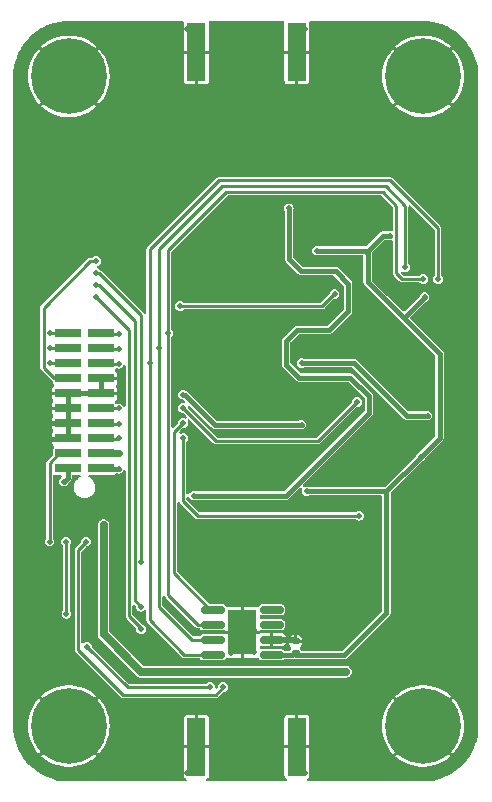
<source format=gbl>
%TF.GenerationSoftware,KiCad,Pcbnew,(6.0.1)*%
%TF.CreationDate,2022-03-10T13:17:56+01:00*%
%TF.ProjectId,XCOMMS_RF,58434f4d-4d53-45f5-9246-2e6b69636164,rev?*%
%TF.SameCoordinates,PX7ed6b40PY82a7440*%
%TF.FileFunction,Copper,L2,Bot*%
%TF.FilePolarity,Positive*%
%FSLAX46Y46*%
G04 Gerber Fmt 4.6, Leading zero omitted, Abs format (unit mm)*
G04 Created by KiCad (PCBNEW (6.0.1)) date 2022-03-10 13:17:56*
%MOMM*%
%LPD*%
G01*
G04 APERTURE LIST*
G04 Aperture macros list*
%AMRoundRect*
0 Rectangle with rounded corners*
0 $1 Rounding radius*
0 $2 $3 $4 $5 $6 $7 $8 $9 X,Y pos of 4 corners*
0 Add a 4 corners polygon primitive as box body*
4,1,4,$2,$3,$4,$5,$6,$7,$8,$9,$2,$3,0*
0 Add four circle primitives for the rounded corners*
1,1,$1+$1,$2,$3*
1,1,$1+$1,$4,$5*
1,1,$1+$1,$6,$7*
1,1,$1+$1,$8,$9*
0 Add four rect primitives between the rounded corners*
20,1,$1+$1,$2,$3,$4,$5,0*
20,1,$1+$1,$4,$5,$6,$7,0*
20,1,$1+$1,$6,$7,$8,$9,0*
20,1,$1+$1,$8,$9,$2,$3,0*%
G04 Aperture macros list end*
%TA.AperFunction,SMDPad,CuDef*%
%ADD10R,1.600000X4.900000*%
%TD*%
%TA.AperFunction,ComponentPad*%
%ADD11C,0.800000*%
%TD*%
%TA.AperFunction,ComponentPad*%
%ADD12C,6.400000*%
%TD*%
%TA.AperFunction,SMDPad,CuDef*%
%ADD13R,2.220000X0.740000*%
%TD*%
%TA.AperFunction,SMDPad,CuDef*%
%ADD14RoundRect,0.140000X-0.170000X0.140000X-0.170000X-0.140000X0.170000X-0.140000X0.170000X0.140000X0*%
%TD*%
%TA.AperFunction,SMDPad,CuDef*%
%ADD15R,2.410000X3.810000*%
%TD*%
%TA.AperFunction,SMDPad,CuDef*%
%ADD16RoundRect,0.150000X-0.825000X-0.150000X0.825000X-0.150000X0.825000X0.150000X-0.825000X0.150000X0*%
%TD*%
%TA.AperFunction,ViaPad*%
%ADD17C,0.508000*%
%TD*%
%TA.AperFunction,Conductor*%
%ADD18C,0.381000*%
%TD*%
%TA.AperFunction,Conductor*%
%ADD19C,0.254000*%
%TD*%
%TA.AperFunction,Conductor*%
%ADD20C,0.700000*%
%TD*%
%TA.AperFunction,Conductor*%
%ADD21C,0.400000*%
%TD*%
%TA.AperFunction,Conductor*%
%ADD22C,0.508000*%
%TD*%
%TA.AperFunction,Conductor*%
%ADD23C,0.600000*%
%TD*%
%TA.AperFunction,Conductor*%
%ADD24C,0.300000*%
%TD*%
G04 APERTURE END LIST*
D10*
%TO.P,J1,S4*%
%TO.N,GND*%
X15799798Y62050200D03*
%TO.P,J1,S3*%
X24319798Y62050200D03*
%TD*%
D11*
%TO.P,SCRW2,1,1*%
%TO.N,GND*%
X6697067Y58302950D03*
X5000011Y57600006D03*
X6697067Y61697062D03*
X3302955Y58302950D03*
D12*
X5000011Y60000006D03*
D11*
X5000011Y62400006D03*
X3302955Y61697062D03*
X7400011Y60000006D03*
X2600011Y60000006D03*
%TD*%
%TO.P,SCRW4,1,1*%
%TO.N,GND*%
X36697058Y58302950D03*
X35000002Y57600006D03*
X33302946Y58302950D03*
D12*
X35000002Y60000006D03*
D11*
X32600002Y60000006D03*
X37400002Y60000006D03*
X36697058Y61697062D03*
X35000002Y62400006D03*
X33302946Y61697062D03*
%TD*%
%TO.P,SCRW1,1,1*%
%TO.N,GND*%
X6697067Y3302933D03*
X3302955Y3302933D03*
X2600011Y4999989D03*
X3302955Y6697045D03*
X5000011Y7399989D03*
D12*
X5000011Y4999989D03*
D11*
X7400011Y4999989D03*
X5000011Y2599989D03*
X6697067Y6697045D03*
%TD*%
%TO.P,SCRW3,1,1*%
%TO.N,GND*%
X37400002Y4999989D03*
D12*
X35000002Y4999989D03*
D11*
X32600002Y4999989D03*
X35000002Y7399989D03*
X33302946Y6697045D03*
X36697058Y6697045D03*
X36697058Y3302933D03*
X33302946Y3302933D03*
X35000002Y2599989D03*
%TD*%
D10*
%TO.P,J2,S4*%
%TO.N,GND*%
X24319798Y3239700D03*
%TO.P,J2,S3*%
X15799798Y3239700D03*
%TD*%
D13*
%TO.P,J3,20*%
%TO.N,/Vg_PA1*%
X4969998Y38230000D03*
%TO.P,J3,19*%
%TO.N,/SDI*%
X7699998Y38230000D03*
%TO.P,J3,18*%
%TO.N,/Vg_PA2*%
X4969998Y36960000D03*
%TO.P,J3,17*%
%TO.N,/SDO*%
X7699998Y36960000D03*
%TO.P,J3,16*%
%TO.N,/Vg_PA3*%
X4969998Y35690000D03*
%TO.P,J3,15*%
%TO.N,/SCK*%
X7699998Y35690000D03*
%TO.P,J3,14*%
%TO.N,/PLL_CSB*%
X4969998Y34420000D03*
%TO.P,J3,13*%
%TO.N,GND*%
X7699998Y34420000D03*
%TO.P,J3,12*%
X4969998Y33150000D03*
%TO.P,J3,11*%
X7699998Y33150000D03*
%TO.P,J3,10*%
X4969998Y31880000D03*
%TO.P,J3,09*%
%TO.N,/PLL_CE*%
X7699998Y31880000D03*
%TO.P,J3,08*%
%TO.N,GND*%
X4969998Y30610000D03*
%TO.P,J3,07*%
%TO.N,/T_CSB*%
X7699998Y30610000D03*
%TO.P,J3,06*%
%TO.N,GND*%
X4969998Y29340000D03*
%TO.P,J3,05*%
%TO.N,/LO_EN*%
X7699998Y29340000D03*
%TO.P,J3,04*%
%TO.N,/Tx_PM*%
X4969998Y28070000D03*
%TO.P,J3,03*%
%TO.N,/Vd_PA*%
X7699998Y28070000D03*
%TO.P,J3,02*%
%TO.N,+3V3*%
X4969998Y26800000D03*
%TO.P,J3,01*%
%TO.N,+5V*%
X7699998Y26800000D03*
%TD*%
D14*
%TO.P,C50,2*%
%TO.N,+3V3*%
X24200000Y11219998D03*
%TO.P,C50,1*%
%TO.N,GND*%
X24200000Y12179998D03*
%TD*%
D15*
%TO.P,U7,9,EP*%
%TO.N,GND*%
X19700000Y12935002D03*
D16*
%TO.P,U7,8,VDD*%
%TO.N,+3V3*%
X22175000Y11030002D03*
%TO.P,U7,7,GND*%
%TO.N,GND*%
X22175000Y12300002D03*
%TO.P,U7,6,CT*%
%TO.N,unconnected-(U7-Pad6)*%
X22175000Y13570002D03*
%TO.P,U7,5,INT*%
%TO.N,unconnected-(U7-Pad5)*%
X22175000Y14840002D03*
%TO.P,U7,4,CS*%
%TO.N,/T_CSB*%
X17225000Y14840002D03*
%TO.P,U7,3,DIN*%
%TO.N,/SDI*%
X17225000Y13570002D03*
%TO.P,U7,2,DOUT*%
%TO.N,/SDO*%
X17225000Y12300002D03*
%TO.P,U7,1,SCLK*%
%TO.N,/SCK*%
X17225000Y11030002D03*
%TD*%
D17*
%TO.N,GND*%
X38931998Y7615000D03*
X7500000Y1000000D03*
X1212998Y20115000D03*
X32700000Y37800000D03*
X1212998Y27615000D03*
X27500000Y1000000D03*
X1212998Y17615000D03*
X38931998Y55114998D03*
X27120998Y25816000D03*
X19692352Y12130201D03*
X1212998Y32615000D03*
X3498998Y30642000D03*
X32500000Y63999998D03*
X1212998Y40114998D03*
X30600000Y37900000D03*
X38931998Y27615000D03*
X20699998Y11300000D03*
X1212998Y47614998D03*
X1212998Y37615000D03*
X38931998Y22615000D03*
X10000000Y1000000D03*
X1212998Y52614998D03*
X17500000Y1000000D03*
X31700000Y38800000D03*
X1212998Y25115000D03*
X38931998Y15115000D03*
X15000000Y1000000D03*
X38931998Y45114998D03*
X1212998Y42614998D03*
X38931998Y40114998D03*
X12500000Y63999998D03*
X1212998Y22615000D03*
X38931998Y10115000D03*
X38931998Y5115000D03*
X3498998Y29300000D03*
X38931998Y50114998D03*
X7500000Y63999998D03*
X1212998Y5115000D03*
X25000000Y63999998D03*
X1212998Y55114998D03*
X1212998Y15115000D03*
X31800000Y36900000D03*
X30600000Y39899998D03*
X38931998Y42614998D03*
X29499998Y39000000D03*
X25000000Y1000000D03*
X30000000Y1000000D03*
X5000000Y63999998D03*
X5000000Y1000000D03*
X25899998Y13600000D03*
X10000000Y63999998D03*
X27500000Y63999998D03*
X35000000Y1000000D03*
X1212998Y50114998D03*
X25850998Y25816000D03*
X22500000Y1000000D03*
X1212998Y30115000D03*
X1212998Y60114998D03*
X38931998Y57614998D03*
X29699998Y36999998D03*
X1212998Y10115000D03*
X1212998Y57614998D03*
X32500000Y1000000D03*
X28600000Y38000000D03*
X1212998Y12615000D03*
X12500000Y1000000D03*
X38931998Y25115000D03*
X38931998Y47614998D03*
X30600000Y35999998D03*
X38931998Y52614998D03*
X38931998Y35115000D03*
X9213998Y34452000D03*
X38931998Y60114998D03*
X15000000Y63999998D03*
X38931998Y32615000D03*
X1212998Y35115000D03*
X38931998Y20115000D03*
X18701752Y11139601D03*
X38931998Y37615000D03*
X20682952Y13120801D03*
X1212998Y45114998D03*
X18701752Y13120801D03*
X38931998Y17615000D03*
X38931998Y12615000D03*
X1212998Y7615000D03*
X30000000Y63999998D03*
X38931998Y30115000D03*
X35000000Y63999998D03*
%TO.N,+3V3*%
X25977998Y45247000D03*
X4572000Y25689000D03*
X14674998Y33055000D03*
X24707998Y30515000D03*
X34791798Y27800000D03*
X25139798Y24876200D03*
X35121998Y41310000D03*
X32200998Y46517000D03*
%TO.N,/Vd_PA*%
X7943998Y22006000D03*
X28466452Y9600000D03*
X11300000Y9600000D03*
X9213998Y28102000D03*
X7943998Y20863000D03*
%TO.N,/Vg_PA1*%
X3396898Y38262000D03*
X11118998Y18900000D03*
X7308998Y43342000D03*
%TO.N,/Vg_PA2*%
X3396898Y36992000D03*
X11118998Y15100000D03*
X7308998Y42326000D03*
%TO.N,/Vg_PA3*%
X11118998Y13199998D03*
X7308998Y41310000D03*
X3396898Y35699927D03*
%TO.N,/LocalOscillator/VTune*%
X24707998Y35722000D03*
X35375998Y31277000D03*
%TO.N,/SDI*%
X34994998Y42834000D03*
X13404998Y38262000D03*
X9213998Y38215000D03*
%TO.N,/SDO*%
X9213998Y36945000D03*
X12642998Y36992000D03*
X33470998Y43850000D03*
%TO.N,/SCK*%
X36264998Y42834000D03*
X11856098Y35700000D03*
X9213998Y35675000D03*
%TO.N,/PLL_CSB*%
X27501998Y41564000D03*
X7308998Y44358000D03*
X14420998Y40548000D03*
%TO.N,/T_CSB*%
X9213998Y30600000D03*
X14674998Y30642000D03*
%TO.N,/LO_EN*%
X9213998Y29372000D03*
X14674998Y29372000D03*
X29599998Y22800000D03*
%TO.N,/Tx_PM*%
X3371998Y20609000D03*
%TO.N,+5V*%
X9213998Y26785000D03*
X15563998Y24505897D03*
X23620995Y48841311D03*
%TO.N,/Vref*%
X16960998Y8290000D03*
X6546998Y11719000D03*
%TO.N,/Vdet*%
X6470798Y20609000D03*
X18066450Y8290000D03*
%TO.N,/PLL_CE*%
X29406998Y32420000D03*
X9213998Y31900000D03*
X14674998Y31912000D03*
%TO.N,/AD8031_IN-*%
X4800000Y14499998D03*
X4768998Y20609000D03*
%TD*%
D18*
%TO.N,+3V3*%
X4895998Y26012998D02*
X4895998Y26726000D01*
X4572000Y25689000D02*
X4895998Y26012998D01*
D19*
%TO.N,/SDO*%
X12642998Y15057002D02*
X15400000Y12300000D01*
X15400000Y12300000D02*
X17000000Y12300000D01*
X12642998Y36992000D02*
X12642998Y15057002D01*
X33470998Y49057000D02*
X33470998Y43850000D01*
X17976998Y50708000D02*
X31819998Y50708000D01*
X12642998Y36992000D02*
X12642998Y45374000D01*
X12642998Y45374000D02*
X17976998Y50708000D01*
X31819998Y50708000D02*
X33470998Y49057000D01*
%TO.N,/SDI*%
X32733909Y43317089D02*
X33216998Y42834000D01*
X33216998Y42834000D02*
X34994998Y42834000D01*
X32733909Y49032089D02*
X32733909Y43317089D01*
X31565998Y50200000D02*
X32733909Y49032089D01*
X18300000Y50200000D02*
X31565998Y50200000D01*
X13404998Y38262000D02*
X13404998Y45304998D01*
X13404998Y45304998D02*
X18300000Y50200000D01*
X15929997Y13570000D02*
X17000000Y13570000D01*
X13404998Y38262000D02*
X13404998Y16094999D01*
X13404998Y16094999D02*
X15929997Y13570000D01*
%TO.N,/T_CSB*%
X13912998Y29880000D02*
X13912998Y17927002D01*
X14674998Y30642000D02*
X13912998Y29880000D01*
X13912998Y17927002D02*
X17000000Y14840000D01*
D18*
%TO.N,+3V3*%
X17341998Y30515000D02*
X24707998Y30515000D01*
X14801998Y33055000D02*
X17341998Y30515000D01*
X14674998Y33055000D02*
X14801998Y33055000D01*
D19*
%TO.N,/PLL_CE*%
X26104998Y29118000D02*
X29406998Y32420000D01*
X17468998Y29118000D02*
X26104998Y29118000D01*
X14674998Y31912000D02*
X17468998Y29118000D01*
%TO.N,/LO_EN*%
X15912998Y22800000D02*
X29599998Y22800000D01*
X14674998Y24038000D02*
X15912998Y22800000D01*
X14674998Y29372000D02*
X14674998Y24038000D01*
%TO.N,/SCK*%
X36264998Y47152000D02*
X36264998Y42834000D01*
X32200998Y51216000D02*
X36264998Y47152000D01*
X11856087Y35700011D02*
X11856087Y45349089D01*
X11856098Y35700000D02*
X11856087Y35700011D01*
X11856087Y45349089D02*
X17722998Y51216000D01*
X17722998Y51216000D02*
X32200998Y51216000D01*
X11856098Y13943902D02*
X14770000Y11030000D01*
X14770000Y11030000D02*
X17000000Y11030000D01*
X11856098Y35700000D02*
X11856098Y13943902D01*
%TO.N,/PLL_CSB*%
X27464000Y41564000D02*
X27501998Y41564000D01*
X14420998Y40548000D02*
X26448000Y40548000D01*
X26448000Y40548000D02*
X27464000Y41564000D01*
D20*
%TO.N,/Vd_PA*%
X7943998Y12756002D02*
X11100000Y9600000D01*
X11100000Y9600000D02*
X11300000Y9600000D01*
X7943998Y22006000D02*
X7943998Y12756002D01*
D21*
%TO.N,/LocalOscillator/VTune*%
X29152998Y35722000D02*
X24707998Y35722000D01*
X33597998Y31277000D02*
X29152998Y35722000D01*
X35375998Y31277000D02*
X33597998Y31277000D01*
%TO.N,+5V*%
X23649997Y48812309D02*
X23620995Y48841311D01*
X23649997Y44550000D02*
X23649997Y48812309D01*
X24699998Y43499998D02*
X23649997Y44550000D01*
X27598000Y43499998D02*
X24699998Y43499998D01*
X28644998Y42453000D02*
X27598000Y43499998D01*
X28644998Y40144998D02*
X28644998Y42453000D01*
X26999998Y38499998D02*
X28644998Y40144998D01*
X24299998Y38499998D02*
X26999998Y38499998D01*
X23399998Y37599997D02*
X24299998Y38499998D01*
X24499998Y34499998D02*
X23399998Y35600000D01*
X28851000Y34499998D02*
X24499998Y34499998D01*
X30422998Y32928000D02*
X28851000Y34499998D01*
X30422998Y31531000D02*
X30422998Y32928000D01*
X23397895Y24505897D02*
X30422998Y31531000D01*
X15563998Y24505897D02*
X23397895Y24505897D01*
X23399998Y35600000D02*
X23399998Y37599997D01*
D19*
%TO.N,/Vg_PA1*%
X11094087Y18924911D02*
X11118998Y18900000D01*
X11094087Y39810911D02*
X11094087Y18924911D01*
X7562998Y43342000D02*
X11094087Y39810911D01*
X7308998Y43342000D02*
X7562998Y43342000D01*
%TO.N,/Vg_PA2*%
X10586087Y15632911D02*
X11118998Y15100000D01*
X7562998Y42326000D02*
X10586087Y39302911D01*
X7308998Y42326000D02*
X7562998Y42326000D01*
X10586087Y39302911D02*
X10586087Y15632911D01*
%TO.N,/Vg_PA3*%
X11118998Y13281000D02*
X11118998Y13199998D01*
X7308998Y41310000D02*
X10102998Y38516000D01*
X10102998Y38516000D02*
X10102998Y14297000D01*
X10102998Y14297000D02*
X11118998Y13281000D01*
%TO.N,/PLL_CSB*%
X4897997Y34452000D02*
X4949997Y34400000D01*
X3752998Y34452000D02*
X4897997Y34452000D01*
X4949997Y34400000D02*
X4969996Y34420000D01*
X2863998Y35341000D02*
X3752998Y34452000D01*
X6800998Y44358000D02*
X2863998Y40421000D01*
X7308998Y44358000D02*
X6800998Y44358000D01*
X2863998Y40421000D02*
X2863998Y35341000D01*
%TO.N,/Vg_PA3*%
X4470305Y35839693D02*
X4634998Y35675000D01*
X3396898Y35699927D02*
X4330539Y35699927D01*
X4330539Y35699927D02*
X4470305Y35839693D01*
%TO.N,/Vg_PA2*%
X4372002Y36992000D02*
X4480000Y37099998D01*
X3396898Y36992000D02*
X4372002Y36992000D01*
X4480000Y37099998D02*
X4634998Y36945000D01*
%TO.N,/Vg_PA1*%
X4587998Y38262000D02*
X4634998Y38215000D01*
X3396898Y38262000D02*
X4587998Y38262000D01*
D21*
%TO.N,GND*%
X4907998Y30642000D02*
X4954998Y30595000D01*
X4954998Y30595000D02*
X4969996Y30610000D01*
X3498998Y30642000D02*
X4907998Y30642000D01*
X3498998Y29300000D02*
X4929996Y29300000D01*
X4929996Y29300000D02*
X4969996Y29340000D01*
X7700000Y33150000D02*
X7700000Y34420000D01*
X4969996Y29340000D02*
X4969996Y33150000D01*
D22*
X22175000Y12300002D02*
X24079996Y12300002D01*
X24079996Y12300002D02*
X24200000Y12179998D01*
D21*
X4969996Y33150000D02*
X7700000Y33150000D01*
%TO.N,+3V3*%
X33038498Y39861500D02*
X30300000Y42599997D01*
X30300000Y45251002D02*
X30300000Y45000000D01*
X28299996Y10999997D02*
X31900000Y14600000D01*
X31900000Y24905402D02*
X34791798Y27797200D01*
X24199996Y10999997D02*
X28299996Y10999997D01*
X34791798Y27797200D02*
X34791798Y27800000D01*
X22118182Y11000000D02*
X23918181Y11000000D01*
X36400000Y36499997D02*
X33038498Y39861500D01*
X31565998Y46517000D02*
X30300000Y45251002D01*
X33470998Y39659000D02*
X35121998Y41310000D01*
X34791798Y27800000D02*
X36400000Y29408202D01*
D18*
X25139798Y24876200D02*
X31900000Y24876200D01*
D21*
X30300000Y42599997D02*
X30300000Y45000000D01*
X31900000Y24599998D02*
X31900000Y24905402D01*
X31900000Y14600000D02*
X31900000Y24599998D01*
X32200998Y46517000D02*
X31565998Y46517000D01*
X36400000Y29408202D02*
X36400000Y36499997D01*
X30053000Y45247000D02*
X30300000Y45000000D01*
X25977998Y45247000D02*
X30053000Y45247000D01*
D23*
%TO.N,/Vd_PA*%
X9213998Y28102000D02*
X9211996Y28099998D01*
X9211996Y28099998D02*
X7410000Y28099998D01*
D24*
X28460501Y9600000D02*
X28466452Y9600000D01*
D20*
X11100002Y9599997D02*
X28460501Y9600000D01*
D21*
X7365000Y28055000D02*
X7410000Y28099998D01*
D19*
%TO.N,/SDI*%
X7365000Y38215000D02*
X9213998Y38215000D01*
%TO.N,/SDO*%
X7365000Y36945000D02*
X9213998Y36945000D01*
%TO.N,/SCK*%
X7365000Y35675000D02*
X9213998Y35675000D01*
%TO.N,/T_CSB*%
X9208998Y30605000D02*
X7704997Y30605000D01*
X9213998Y30600000D02*
X9208998Y30605000D01*
X7704997Y30605000D02*
X7700000Y30610000D01*
%TO.N,/LO_EN*%
X9166998Y29325000D02*
X7365000Y29325000D01*
X9213998Y29372000D02*
X9166998Y29325000D01*
%TO.N,/Tx_PM*%
X4937998Y28102000D02*
X4969998Y28070000D01*
X3371998Y20609000D02*
X3371998Y27239822D01*
X3371998Y27239822D02*
X4202176Y28070000D01*
X4202176Y28070000D02*
X4969998Y28070000D01*
D21*
%TO.N,+5V*%
X7365000Y26785000D02*
X9213998Y26785000D01*
D19*
%TO.N,/Vref*%
X9975998Y8290000D02*
X16960998Y8290000D01*
X6546998Y11719000D02*
X9975998Y8290000D01*
%TO.N,/Vdet*%
X5784998Y19923200D02*
X5784998Y11465000D01*
X17431450Y7655000D02*
X18066450Y8290000D01*
X5784998Y11465000D02*
X9594998Y7655000D01*
X6470798Y20609000D02*
X5784998Y19923200D01*
X9594998Y7655000D02*
X17431450Y7655000D01*
%TO.N,/PLL_CE*%
X9199732Y31885734D02*
X7705734Y31885734D01*
X9213998Y31900000D02*
X9199732Y31885734D01*
X7705734Y31885734D02*
X7700000Y31880000D01*
%TO.N,/AD8031_IN-*%
X4768998Y20609000D02*
X4800000Y20577998D01*
X4800000Y20577998D02*
X4800000Y14499998D01*
%TD*%
%TA.AperFunction,Conductor*%
%TO.N,GND*%
G36*
X14626321Y64695955D02*
G01*
X14694426Y64675903D01*
X14740880Y64622213D01*
X14749808Y64545376D01*
X14747005Y64531280D01*
X14745798Y64519030D01*
X14745798Y62195315D01*
X14750273Y62180076D01*
X14751663Y62178871D01*
X14759346Y62177200D01*
X16835682Y62177200D01*
X16850921Y62181675D01*
X16852126Y62183065D01*
X16853797Y62190748D01*
X16853797Y64519028D01*
X16852590Y64531280D01*
X16850129Y64543655D01*
X16856459Y64614369D01*
X16900015Y64670435D01*
X16973801Y64694233D01*
X23145078Y64689707D01*
X23213184Y64669655D01*
X23259638Y64615965D01*
X23268564Y64539123D01*
X23267005Y64531288D01*
X23265798Y64519030D01*
X23265798Y62195315D01*
X23270273Y62180076D01*
X23271663Y62178871D01*
X23279346Y62177200D01*
X25355682Y62177200D01*
X25370921Y62181675D01*
X25372126Y62183065D01*
X25373797Y62190748D01*
X25373797Y62529288D01*
X32654202Y62529288D01*
X32654237Y62528448D01*
X32659289Y62520324D01*
X34987190Y60192423D01*
X35001134Y60184809D01*
X35002967Y60184940D01*
X35009582Y60189191D01*
X37338228Y62517837D01*
X37345842Y62531781D01*
X37345774Y62532738D01*
X37340610Y62540547D01*
X37244371Y62631874D01*
X37239181Y62636292D01*
X36946999Y62858873D01*
X36941373Y62862697D01*
X36626860Y63052424D01*
X36620843Y63055623D01*
X36287686Y63210269D01*
X36281350Y63212803D01*
X35933450Y63330561D01*
X35926882Y63332395D01*
X35568296Y63411891D01*
X35561561Y63413006D01*
X35196475Y63453312D01*
X35189693Y63453691D01*
X34822365Y63454332D01*
X34815592Y63453977D01*
X34450345Y63414944D01*
X34443636Y63413857D01*
X34084760Y63335609D01*
X34078185Y63333798D01*
X33729860Y63217251D01*
X33723538Y63214748D01*
X33389845Y63061265D01*
X33383801Y63058079D01*
X33068641Y62869459D01*
X33062995Y62865651D01*
X32770040Y62644091D01*
X32764829Y62639688D01*
X32662224Y62542997D01*
X32654202Y62529288D01*
X25373797Y62529288D01*
X25373797Y64519028D01*
X25372589Y64531290D01*
X25371372Y64537411D01*
X25377704Y64608125D01*
X25421261Y64664189D01*
X25495042Y64687984D01*
X33175980Y64682352D01*
X34961948Y64681042D01*
X34983932Y64679093D01*
X34986855Y64678573D01*
X34999515Y64676320D01*
X35010377Y64678218D01*
X35015761Y64678209D01*
X35034565Y64679411D01*
X35289123Y64667894D01*
X35402658Y64662757D01*
X35413601Y64661782D01*
X35808180Y64609199D01*
X35818983Y64607277D01*
X36207481Y64520503D01*
X36218073Y64517647D01*
X36597519Y64397348D01*
X36607842Y64393572D01*
X36975345Y64240665D01*
X36985300Y64236004D01*
X37338083Y64051647D01*
X37347594Y64046136D01*
X37682977Y63831727D01*
X37691955Y63825418D01*
X37916515Y63652543D01*
X38007374Y63582595D01*
X38015783Y63575516D01*
X38308829Y63306134D01*
X38316589Y63298349D01*
X38585033Y63004462D01*
X38592086Y62996031D01*
X38833916Y62679837D01*
X38840205Y62670824D01*
X39053545Y62334776D01*
X39059021Y62325255D01*
X39164926Y62121026D01*
X39242258Y61971896D01*
X39246888Y61961927D01*
X39398635Y61593930D01*
X39402378Y61583595D01*
X39521477Y61203768D01*
X39524299Y61193169D01*
X39609071Y60807906D01*
X39609839Y60804414D01*
X39611731Y60793585D01*
X39663062Y60398859D01*
X39664003Y60387908D01*
X39679493Y60019756D01*
X39678231Y60000955D01*
X39678222Y59995573D01*
X39676291Y59984719D01*
X39678188Y59973860D01*
X39678188Y59973858D01*
X39679095Y59968669D01*
X39680975Y59947008D01*
X39687238Y24161034D01*
X39690587Y5022364D01*
X39688608Y5000098D01*
X39688057Y4997024D01*
X39685918Y4985100D01*
X39687800Y4974242D01*
X39687784Y4968892D01*
X39688965Y4950038D01*
X39671879Y4582810D01*
X39670893Y4571887D01*
X39617996Y4178204D01*
X39616064Y4167408D01*
X39530000Y3783678D01*
X39529132Y3779810D01*
X39526270Y3769231D01*
X39499632Y3685411D01*
X39405959Y3390656D01*
X39402185Y3380358D01*
X39289969Y3111029D01*
X39249417Y3013702D01*
X39244762Y3003771D01*
X39060675Y2651765D01*
X39055175Y2642277D01*
X38943804Y2468109D01*
X38846275Y2315588D01*
X38841184Y2307627D01*
X38834879Y2298653D01*
X38592594Y1983876D01*
X38585536Y1975488D01*
X38562165Y1950050D01*
X38316797Y1682976D01*
X38309033Y1675230D01*
X38015865Y1407187D01*
X38007456Y1400146D01*
X37692108Y1158627D01*
X37683119Y1152343D01*
X37347945Y939150D01*
X37338443Y933672D01*
X36986010Y750441D01*
X36976068Y745810D01*
X36609024Y593916D01*
X36598717Y590168D01*
X36409298Y530472D01*
X36219872Y470773D01*
X36209293Y467938D01*
X36079261Y439102D01*
X35821473Y381935D01*
X35810673Y380029D01*
X35708442Y366543D01*
X35416860Y328079D01*
X35405949Y327121D01*
X35172983Y316843D01*
X35038663Y310918D01*
X35019833Y312143D01*
X35014472Y312140D01*
X35003617Y314048D01*
X34988050Y311294D01*
X34966119Y309369D01*
X25262491Y308728D01*
X25194370Y328726D01*
X25147874Y382378D01*
X25137765Y452651D01*
X25167254Y517234D01*
X25214267Y551137D01*
X25229222Y557332D01*
X25292606Y599683D01*
X25309815Y616892D01*
X25352166Y680275D01*
X25361482Y702766D01*
X25372591Y758615D01*
X25373798Y770870D01*
X25373798Y2468109D01*
X32654057Y2468109D01*
X32654133Y2467036D01*
X32659176Y2459382D01*
X32746464Y2375967D01*
X32751624Y2371543D01*
X33043039Y2147934D01*
X33048653Y2144090D01*
X33362499Y1953268D01*
X33368501Y1950050D01*
X33701128Y1794236D01*
X33707432Y1791689D01*
X34054941Y1672711D01*
X34061492Y1670857D01*
X34419807Y1590108D01*
X34426526Y1588971D01*
X34791474Y1547390D01*
X34798264Y1546987D01*
X35165564Y1545064D01*
X35172365Y1545396D01*
X35537728Y1583152D01*
X35544456Y1584218D01*
X35903612Y1661214D01*
X35910160Y1662993D01*
X36258901Y1778329D01*
X36265243Y1780815D01*
X36599465Y1933128D01*
X36605519Y1936293D01*
X36921324Y2123804D01*
X36927005Y2127607D01*
X37220728Y2348141D01*
X37225935Y2352510D01*
X37337691Y2457089D01*
X37345762Y2470770D01*
X37345734Y2471492D01*
X37340590Y2479796D01*
X35012814Y4807572D01*
X34998870Y4815186D01*
X34997037Y4815055D01*
X34990422Y4810804D01*
X32661671Y2482053D01*
X32654057Y2468109D01*
X25373798Y2468109D01*
X25373798Y3094585D01*
X25369323Y3109824D01*
X25367933Y3111029D01*
X25360250Y3112700D01*
X23283914Y3112700D01*
X23268675Y3108225D01*
X23267470Y3106835D01*
X23265799Y3099152D01*
X23265799Y770872D01*
X23267007Y758612D01*
X23278113Y702769D01*
X23287431Y680273D01*
X23329781Y616892D01*
X23346990Y599683D01*
X23410374Y557331D01*
X23425628Y551013D01*
X23480910Y506465D01*
X23503331Y439102D01*
X23485773Y370311D01*
X23433811Y321932D01*
X23377419Y308604D01*
X20026220Y308382D01*
X16741132Y308165D01*
X16673011Y328163D01*
X16626515Y381815D01*
X16616406Y452088D01*
X16645895Y516671D01*
X16692908Y550574D01*
X16709222Y557331D01*
X16772606Y599683D01*
X16789815Y616892D01*
X16832166Y680275D01*
X16841482Y702766D01*
X16852591Y758615D01*
X16853798Y770870D01*
X16853798Y3094585D01*
X16849323Y3109824D01*
X16847933Y3111029D01*
X16840250Y3112700D01*
X14763914Y3112700D01*
X14748675Y3108225D01*
X14747470Y3106835D01*
X14745799Y3099152D01*
X14745799Y770872D01*
X14747007Y758612D01*
X14758113Y702769D01*
X14767431Y680273D01*
X14809781Y616892D01*
X14826990Y599683D01*
X14890372Y557332D01*
X14906988Y550450D01*
X14962269Y505902D01*
X14984690Y438539D01*
X14967132Y369747D01*
X14915170Y321369D01*
X14858778Y308041D01*
X5031428Y307392D01*
X5009491Y309315D01*
X5004775Y310149D01*
X5004769Y310149D01*
X4993918Y312067D01*
X4983064Y310158D01*
X4977681Y310160D01*
X4958870Y308935D01*
X4590245Y325186D01*
X4579295Y326149D01*
X4463502Y341443D01*
X4184171Y378338D01*
X4173356Y380249D01*
X3784270Y466679D01*
X3773653Y469529D01*
X3393593Y589538D01*
X3383266Y593302D01*
X3015120Y745976D01*
X3005160Y750625D01*
X2651712Y934807D01*
X2642194Y940307D01*
X2391559Y1100128D01*
X2306128Y1154605D01*
X2297132Y1160910D01*
X1981047Y1403662D01*
X1972629Y1410731D01*
X1678889Y1680123D01*
X1671120Y1687899D01*
X1401987Y1981856D01*
X1394925Y1990279D01*
X1152429Y2306581D01*
X1146128Y2315588D01*
X1049052Y2468109D01*
X2654066Y2468109D01*
X2654142Y2467036D01*
X2659185Y2459382D01*
X2746473Y2375967D01*
X2751633Y2371543D01*
X3043048Y2147934D01*
X3048662Y2144090D01*
X3362508Y1953268D01*
X3368510Y1950050D01*
X3701137Y1794236D01*
X3707441Y1791689D01*
X4054950Y1672711D01*
X4061501Y1670857D01*
X4419816Y1590108D01*
X4426535Y1588971D01*
X4791483Y1547390D01*
X4798273Y1546987D01*
X5165573Y1545064D01*
X5172374Y1545396D01*
X5537737Y1583152D01*
X5544465Y1584218D01*
X5903621Y1661214D01*
X5910169Y1662993D01*
X6258910Y1778329D01*
X6265252Y1780815D01*
X6599474Y1933128D01*
X6605528Y1936293D01*
X6921333Y2123804D01*
X6927014Y2127607D01*
X7220737Y2348141D01*
X7225944Y2352510D01*
X7337700Y2457089D01*
X7345771Y2470770D01*
X7345743Y2471492D01*
X7340599Y2479796D01*
X5012823Y4807572D01*
X4998879Y4815186D01*
X4997046Y4815055D01*
X4990431Y4810804D01*
X2661680Y2482053D01*
X2654066Y2468109D01*
X1049052Y2468109D01*
X1001558Y2542729D01*
X932122Y2651823D01*
X926632Y2661341D01*
X806547Y2892260D01*
X742745Y3014948D01*
X738106Y3024908D01*
X709280Y3094585D01*
X585739Y3393195D01*
X581985Y3403524D01*
X462299Y3783678D01*
X459458Y3794296D01*
X376906Y4167408D01*
X373355Y4183460D01*
X371453Y4194274D01*
X361206Y4272367D01*
X319597Y4589453D01*
X318644Y4600400D01*
X318410Y4605806D01*
X302704Y4969031D01*
X303944Y4987834D01*
X303946Y4993216D01*
X305866Y5004075D01*
X305058Y5008667D01*
X1541131Y5008667D01*
X1559715Y4641812D01*
X1560425Y4635056D01*
X1618519Y4272367D01*
X1619958Y4265712D01*
X1716880Y3911427D01*
X1719029Y3904966D01*
X1853649Y3563211D01*
X1856480Y3557028D01*
X2027222Y3231811D01*
X2030705Y3225969D01*
X2235569Y2921099D01*
X2239671Y2915655D01*
X2454924Y2660035D01*
X2467663Y2651592D01*
X2478107Y2657690D01*
X4807594Y4987177D01*
X4813972Y4998857D01*
X5184814Y4998857D01*
X5184945Y4997024D01*
X5189196Y4990409D01*
X7519498Y2660107D01*
X7533095Y2652682D01*
X7542704Y2659379D01*
X7738380Y2886872D01*
X7742529Y2892260D01*
X7950576Y3194970D01*
X7954123Y3200781D01*
X8053215Y3384815D01*
X14745798Y3384815D01*
X14750273Y3369576D01*
X14751663Y3368371D01*
X14759346Y3366700D01*
X15654683Y3366700D01*
X15669922Y3371175D01*
X15671127Y3372565D01*
X15672798Y3380248D01*
X15672798Y3384815D01*
X15926798Y3384815D01*
X15931273Y3369576D01*
X15932663Y3368371D01*
X15940346Y3366700D01*
X16835682Y3366700D01*
X16850921Y3371175D01*
X16852126Y3372565D01*
X16853797Y3380248D01*
X16853797Y3384815D01*
X23265798Y3384815D01*
X23270273Y3369576D01*
X23271663Y3368371D01*
X23279346Y3366700D01*
X24174683Y3366700D01*
X24189922Y3371175D01*
X24191127Y3372565D01*
X24192798Y3380248D01*
X24192798Y3384815D01*
X24446798Y3384815D01*
X24451273Y3369576D01*
X24452663Y3368371D01*
X24460346Y3366700D01*
X25355682Y3366700D01*
X25370921Y3371175D01*
X25372126Y3372565D01*
X25373797Y3380248D01*
X25373797Y5008667D01*
X31541122Y5008667D01*
X31559706Y4641812D01*
X31560416Y4635056D01*
X31618510Y4272367D01*
X31619949Y4265712D01*
X31716871Y3911427D01*
X31719020Y3904966D01*
X31853640Y3563211D01*
X31856471Y3557028D01*
X32027213Y3231811D01*
X32030696Y3225969D01*
X32235560Y2921099D01*
X32239662Y2915655D01*
X32454915Y2660035D01*
X32467654Y2651592D01*
X32478098Y2657690D01*
X34807585Y4987177D01*
X34813963Y4998857D01*
X35184805Y4998857D01*
X35184936Y4997024D01*
X35189187Y4990409D01*
X37519489Y2660107D01*
X37533086Y2652682D01*
X37542695Y2659379D01*
X37738371Y2886872D01*
X37742520Y2892260D01*
X37950567Y3194970D01*
X37954114Y3200781D01*
X38128243Y3524175D01*
X38131150Y3530353D01*
X38269340Y3870673D01*
X38271554Y3877103D01*
X38372181Y4230359D01*
X38373688Y4236989D01*
X38435579Y4599066D01*
X38436359Y4605806D01*
X38458881Y4974044D01*
X38458997Y4977643D01*
X38459069Y4998168D01*
X38458977Y5001796D01*
X38439027Y5370165D01*
X38438292Y5376931D01*
X38378935Y5739401D01*
X38377468Y5746073D01*
X38279315Y6099999D01*
X38277141Y6106463D01*
X38141330Y6447740D01*
X38138474Y6453920D01*
X37966601Y6778531D01*
X37963101Y6784357D01*
X37757164Y7088524D01*
X37753050Y7093944D01*
X37544735Y7339582D01*
X37531909Y7348019D01*
X37521584Y7341966D01*
X35192419Y5012801D01*
X35184805Y4998857D01*
X34813963Y4998857D01*
X34815199Y5001121D01*
X34815068Y5002954D01*
X34810817Y5009569D01*
X32480172Y7340214D01*
X32466635Y7347606D01*
X32456934Y7340818D01*
X32254288Y7103550D01*
X32250134Y7098117D01*
X32043155Y6794696D01*
X32039634Y6788883D01*
X31866621Y6464859D01*
X31863746Y6458694D01*
X31726744Y6117892D01*
X31724550Y6111447D01*
X31625159Y5757851D01*
X31623672Y5751195D01*
X31563049Y5388933D01*
X31562290Y5382161D01*
X31541146Y5015462D01*
X31541122Y5008667D01*
X25373797Y5008667D01*
X25373797Y5708528D01*
X25372589Y5720788D01*
X25361483Y5776631D01*
X25352165Y5799127D01*
X25309815Y5862508D01*
X25292606Y5879717D01*
X25229223Y5922068D01*
X25206732Y5931384D01*
X25150883Y5942493D01*
X25138628Y5943700D01*
X24464913Y5943700D01*
X24449674Y5939225D01*
X24448469Y5937835D01*
X24446798Y5930152D01*
X24446798Y3384815D01*
X24192798Y3384815D01*
X24192798Y5925584D01*
X24188323Y5940823D01*
X24186933Y5942028D01*
X24179250Y5943699D01*
X23500970Y5943699D01*
X23488710Y5942491D01*
X23432867Y5931385D01*
X23410371Y5922067D01*
X23346990Y5879717D01*
X23329781Y5862508D01*
X23287430Y5799125D01*
X23278114Y5776634D01*
X23267005Y5720785D01*
X23265798Y5708530D01*
X23265798Y3384815D01*
X16853797Y3384815D01*
X16853797Y5708528D01*
X16852589Y5720788D01*
X16841483Y5776631D01*
X16832165Y5799127D01*
X16789815Y5862508D01*
X16772606Y5879717D01*
X16709223Y5922068D01*
X16686732Y5931384D01*
X16630883Y5942493D01*
X16618628Y5943700D01*
X15944913Y5943700D01*
X15929674Y5939225D01*
X15928469Y5937835D01*
X15926798Y5930152D01*
X15926798Y3384815D01*
X15672798Y3384815D01*
X15672798Y5925584D01*
X15668323Y5940823D01*
X15666933Y5942028D01*
X15659250Y5943699D01*
X14980970Y5943699D01*
X14968710Y5942491D01*
X14912867Y5931385D01*
X14890371Y5922067D01*
X14826990Y5879717D01*
X14809781Y5862508D01*
X14767430Y5799125D01*
X14758114Y5776634D01*
X14747005Y5720785D01*
X14745798Y5708530D01*
X14745798Y3384815D01*
X8053215Y3384815D01*
X8128252Y3524175D01*
X8131159Y3530353D01*
X8269349Y3870673D01*
X8271563Y3877103D01*
X8372190Y4230359D01*
X8373697Y4236989D01*
X8435588Y4599066D01*
X8436368Y4605806D01*
X8458890Y4974044D01*
X8459006Y4977643D01*
X8459078Y4998168D01*
X8458986Y5001796D01*
X8439036Y5370165D01*
X8438301Y5376931D01*
X8378944Y5739401D01*
X8377477Y5746073D01*
X8279324Y6099999D01*
X8277150Y6106463D01*
X8141339Y6447740D01*
X8138483Y6453920D01*
X7966610Y6778531D01*
X7963110Y6784357D01*
X7757173Y7088524D01*
X7753059Y7093944D01*
X7544744Y7339582D01*
X7531918Y7348019D01*
X7521593Y7341966D01*
X5192428Y5012801D01*
X5184814Y4998857D01*
X4813972Y4998857D01*
X4815208Y5001121D01*
X4815077Y5002954D01*
X4810826Y5009569D01*
X2480181Y7340214D01*
X2466644Y7347606D01*
X2456943Y7340818D01*
X2254297Y7103550D01*
X2250143Y7098117D01*
X2043164Y6794696D01*
X2039643Y6788883D01*
X1866630Y6464859D01*
X1863755Y6458694D01*
X1726753Y6117892D01*
X1724559Y6111447D01*
X1625168Y5757851D01*
X1623681Y5751195D01*
X1563058Y5388933D01*
X1562299Y5382161D01*
X1541155Y5015462D01*
X1541131Y5008667D01*
X305058Y5008667D01*
X303091Y5019854D01*
X301186Y5041668D01*
X301161Y5376931D01*
X300997Y7529271D01*
X2654211Y7529271D01*
X2654246Y7528431D01*
X2659298Y7520307D01*
X4987199Y5192406D01*
X5001143Y5184792D01*
X5002976Y5184923D01*
X5009591Y5189174D01*
X7338237Y7517820D01*
X7345851Y7531764D01*
X7345783Y7532721D01*
X7340619Y7540530D01*
X7244380Y7631857D01*
X7239190Y7636275D01*
X6947008Y7858856D01*
X6941382Y7862680D01*
X6626869Y8052407D01*
X6620852Y8055606D01*
X6287695Y8210252D01*
X6281359Y8212786D01*
X5933459Y8330544D01*
X5926891Y8332378D01*
X5568305Y8411874D01*
X5561570Y8412989D01*
X5196484Y8453295D01*
X5189702Y8453674D01*
X4822374Y8454315D01*
X4815601Y8453960D01*
X4450354Y8414927D01*
X4443645Y8413840D01*
X4084769Y8335592D01*
X4078194Y8333781D01*
X3729869Y8217234D01*
X3723547Y8214731D01*
X3389854Y8061248D01*
X3383810Y8058062D01*
X3068650Y7869442D01*
X3063004Y7865634D01*
X2770049Y7644074D01*
X2764838Y7639671D01*
X2662233Y7542980D01*
X2654211Y7529271D01*
X300997Y7529271D01*
X300697Y11465000D01*
X5499614Y11465000D01*
X5502035Y11452829D01*
X5506865Y11428547D01*
X5517934Y11372902D01*
X5521338Y11355788D01*
X5528230Y11345473D01*
X5528231Y11345471D01*
X5551999Y11309900D01*
X5583201Y11263203D01*
X5593517Y11256310D01*
X5593519Y11256308D01*
X5596258Y11254478D01*
X5615352Y11238808D01*
X9368808Y7485351D01*
X9384478Y7466257D01*
X9386306Y7463521D01*
X9386308Y7463519D01*
X9393201Y7453203D01*
X9403517Y7446310D01*
X9416572Y7437587D01*
X9416573Y7437586D01*
X9475467Y7398234D01*
X9475469Y7398233D01*
X9485787Y7391339D01*
X9594998Y7369616D01*
X9607169Y7372037D01*
X9610397Y7372679D01*
X9634978Y7375100D01*
X17391470Y7375100D01*
X17416051Y7372679D01*
X17431450Y7369616D01*
X17459019Y7375100D01*
X17528493Y7388919D01*
X17528495Y7388920D01*
X17540662Y7391340D01*
X17550977Y7398232D01*
X17550979Y7398233D01*
X17622931Y7446310D01*
X17633247Y7453203D01*
X17640140Y7463519D01*
X17640142Y7463521D01*
X17641970Y7466257D01*
X17657640Y7485352D01*
X17701559Y7529271D01*
X32654202Y7529271D01*
X32654237Y7528431D01*
X32659289Y7520307D01*
X34987190Y5192406D01*
X35001134Y5184792D01*
X35002967Y5184923D01*
X35009582Y5189174D01*
X37338228Y7517820D01*
X37345842Y7531764D01*
X37345774Y7532721D01*
X37340610Y7540530D01*
X37244371Y7631857D01*
X37239181Y7636275D01*
X36946999Y7858856D01*
X36941373Y7862680D01*
X36626860Y8052407D01*
X36620843Y8055606D01*
X36287686Y8210252D01*
X36281350Y8212786D01*
X35933450Y8330544D01*
X35926882Y8332378D01*
X35568296Y8411874D01*
X35561561Y8412989D01*
X35196475Y8453295D01*
X35189693Y8453674D01*
X34822365Y8454315D01*
X34815592Y8453960D01*
X34450345Y8414927D01*
X34443636Y8413840D01*
X34084760Y8335592D01*
X34078185Y8333781D01*
X33729860Y8217234D01*
X33723538Y8214731D01*
X33389845Y8061248D01*
X33383801Y8058062D01*
X33068641Y7869442D01*
X33062995Y7865634D01*
X32770040Y7644074D01*
X32764829Y7639671D01*
X32662224Y7542980D01*
X32654202Y7529271D01*
X17701559Y7529271D01*
X18018332Y7846043D01*
X18087716Y7881396D01*
X18183964Y7896640D01*
X18183965Y7896640D01*
X18193756Y7898191D01*
X18308601Y7956708D01*
X18399742Y8047849D01*
X18458259Y8162694D01*
X18478422Y8290000D01*
X18458259Y8417306D01*
X18399742Y8532151D01*
X18308601Y8623292D01*
X18193756Y8681809D01*
X18066450Y8701972D01*
X17939144Y8681809D01*
X17824299Y8623292D01*
X17733158Y8532151D01*
X17674641Y8417306D01*
X17673090Y8407515D01*
X17673090Y8407514D01*
X17657846Y8311266D01*
X17622492Y8241882D01*
X17586514Y8205904D01*
X17524202Y8171878D01*
X17453387Y8176943D01*
X17396551Y8219490D01*
X17372160Y8284884D01*
X17372970Y8290000D01*
X17352807Y8417306D01*
X17294290Y8532151D01*
X17203149Y8623292D01*
X17088304Y8681809D01*
X16960998Y8701972D01*
X16833692Y8681809D01*
X16718847Y8623292D01*
X16702360Y8606805D01*
X16640048Y8572779D01*
X16613265Y8569900D01*
X10144126Y8569900D01*
X10076005Y8589902D01*
X10055031Y8606805D01*
X6990956Y11670880D01*
X6956930Y11733192D01*
X6955602Y11740265D01*
X6940358Y11836513D01*
X6938807Y11846306D01*
X6880290Y11961151D01*
X6789149Y12052292D01*
X6674304Y12110809D01*
X6606910Y12121483D01*
X6556791Y12129421D01*
X6546998Y12130972D01*
X6537205Y12129421D01*
X6487086Y12121483D01*
X6419692Y12110809D01*
X6304847Y12052292D01*
X6279993Y12027438D01*
X6217681Y11993412D01*
X6146866Y11998477D01*
X6090030Y12041024D01*
X6065219Y12107544D01*
X6064898Y12116533D01*
X6064898Y12796749D01*
X7437563Y12796749D01*
X7438119Y12787789D01*
X7440856Y12743671D01*
X7441098Y12735869D01*
X7441098Y12719895D01*
X7442559Y12709698D01*
X7443588Y12699650D01*
X7446483Y12652972D01*
X7449530Y12644532D01*
X7450244Y12641085D01*
X7454080Y12625697D01*
X7455077Y12622289D01*
X7456349Y12613403D01*
X7460065Y12605229D01*
X7460066Y12605227D01*
X7475702Y12570836D01*
X7479515Y12561471D01*
X7495397Y12517477D01*
X7500694Y12510226D01*
X7502340Y12507131D01*
X7510355Y12493414D01*
X7512255Y12490443D01*
X7515972Y12482268D01*
X7541965Y12452103D01*
X7546498Y12446842D01*
X7552790Y12438917D01*
X7560693Y12428099D01*
X7571508Y12417284D01*
X7577866Y12410438D01*
X7610005Y12373138D01*
X7617540Y12368254D01*
X7624244Y12362406D01*
X7635465Y12353327D01*
X10694581Y9294211D01*
X10702095Y9284808D01*
X10702478Y9285134D01*
X10708296Y9278298D01*
X10713086Y9270706D01*
X10719814Y9264764D01*
X10719815Y9264763D01*
X10752962Y9235489D01*
X10758650Y9230142D01*
X10769928Y9218864D01*
X10773507Y9216182D01*
X10773510Y9216179D01*
X10778159Y9212695D01*
X10785997Y9206313D01*
X10821059Y9175348D01*
X10829180Y9171536D01*
X10832120Y9169604D01*
X10845702Y9161443D01*
X10848831Y9159730D01*
X10856013Y9154347D01*
X10864418Y9151196D01*
X10864420Y9151195D01*
X10899776Y9137941D01*
X10909096Y9134014D01*
X10951456Y9114126D01*
X10960331Y9112744D01*
X10963681Y9111720D01*
X10979017Y9107697D01*
X10982491Y9106933D01*
X10990899Y9103781D01*
X10999851Y9103116D01*
X10999854Y9103115D01*
X11034285Y9100556D01*
X11037508Y9100317D01*
X11047545Y9099165D01*
X11052253Y9098432D01*
X11056021Y9097845D01*
X11056023Y9097845D01*
X11060827Y9097097D01*
X11076171Y9097097D01*
X11085483Y9096752D01*
X11134557Y9093105D01*
X11143333Y9094979D01*
X11152233Y9095585D01*
X11166558Y9097097D01*
X24126107Y9097099D01*
X28496608Y9097100D01*
X28557936Y9105883D01*
X28594213Y9111078D01*
X28594215Y9111079D01*
X28603100Y9112351D01*
X28734235Y9171974D01*
X28741034Y9177832D01*
X28741038Y9177835D01*
X28836567Y9260149D01*
X28836569Y9260151D01*
X28843365Y9266007D01*
X28921716Y9386889D01*
X28962991Y9524902D01*
X28963871Y9668953D01*
X28924286Y9807461D01*
X28847417Y9929291D01*
X28739444Y10024649D01*
X28687846Y10048875D01*
X28617169Y10082058D01*
X28617167Y10082059D01*
X28609047Y10085871D01*
X28499676Y10102900D01*
X28494814Y10102900D01*
X25311390Y10102899D01*
X11360501Y10102897D01*
X11292380Y10122899D01*
X11271406Y10139802D01*
X8483803Y12927405D01*
X8449777Y12989717D01*
X8446898Y13016500D01*
X8446898Y22042107D01*
X8431647Y22148599D01*
X8372024Y22279734D01*
X8366166Y22286533D01*
X8366163Y22286537D01*
X8283849Y22382066D01*
X8283847Y22382068D01*
X8277991Y22388864D01*
X8157109Y22467215D01*
X8019096Y22508490D01*
X8010120Y22508545D01*
X8010119Y22508545D01*
X7949389Y22508916D01*
X7875045Y22509370D01*
X7866414Y22506903D01*
X7866412Y22506903D01*
X7745171Y22472253D01*
X7745168Y22472252D01*
X7736537Y22469785D01*
X7614707Y22392916D01*
X7608765Y22386188D01*
X7608764Y22386187D01*
X7567028Y22338929D01*
X7519349Y22284943D01*
X7458127Y22154546D01*
X7441098Y22045175D01*
X7441098Y12826448D01*
X7439763Y12814491D01*
X7440264Y12814451D01*
X7439544Y12805505D01*
X7437563Y12796749D01*
X6064898Y12796749D01*
X6064898Y19755071D01*
X6084900Y19823192D01*
X6101803Y19844167D01*
X6422680Y20165043D01*
X6492064Y20200396D01*
X6588312Y20215640D01*
X6588313Y20215640D01*
X6598104Y20217191D01*
X6712949Y20275708D01*
X6804090Y20366849D01*
X6862607Y20481694D01*
X6882770Y20609000D01*
X6862607Y20736306D01*
X6804090Y20851151D01*
X6712949Y20942292D01*
X6598104Y21000809D01*
X6470798Y21020972D01*
X6343492Y21000809D01*
X6228647Y20942292D01*
X6137506Y20851151D01*
X6078989Y20736306D01*
X6077438Y20726515D01*
X6077438Y20726514D01*
X6062194Y20630266D01*
X6026841Y20560882D01*
X5615350Y20149390D01*
X5596255Y20133720D01*
X5593519Y20131892D01*
X5593517Y20131890D01*
X5583201Y20124997D01*
X5521338Y20032412D01*
X5521338Y20032411D01*
X5499614Y19923200D01*
X5502035Y19911030D01*
X5502677Y19907803D01*
X5505098Y19883220D01*
X5505098Y11504980D01*
X5502677Y11480399D01*
X5499614Y11465000D01*
X300697Y11465000D01*
X299323Y29485115D01*
X3605998Y29485115D01*
X3610473Y29469876D01*
X3611863Y29468671D01*
X3619546Y29467000D01*
X4824883Y29467000D01*
X4840122Y29471475D01*
X4841327Y29472865D01*
X4842998Y29480548D01*
X4842998Y29963999D01*
X4844419Y29963999D01*
X4843633Y29986000D01*
X4842998Y29986000D01*
X4842998Y30464885D01*
X4838523Y30480124D01*
X4837133Y30481329D01*
X4829450Y30483000D01*
X3624114Y30483000D01*
X3608875Y30478525D01*
X3607670Y30477135D01*
X3605999Y30469452D01*
X3605999Y30221172D01*
X3607207Y30208912D01*
X3618313Y30153069D01*
X3627631Y30130573D01*
X3669981Y30067192D01*
X3673078Y30064095D01*
X3707104Y30001783D01*
X3702039Y29930968D01*
X3673078Y29885905D01*
X3669981Y29882808D01*
X3627630Y29819425D01*
X3618314Y29796934D01*
X3607205Y29741085D01*
X3605998Y29728830D01*
X3605998Y29485115D01*
X299323Y29485115D01*
X299226Y30755115D01*
X3605998Y30755115D01*
X3610473Y30739876D01*
X3611863Y30738671D01*
X3619546Y30737000D01*
X4824883Y30737000D01*
X4840122Y30741475D01*
X4841327Y30742865D01*
X4842998Y30750548D01*
X4842998Y31233999D01*
X4844419Y31233999D01*
X4843633Y31256000D01*
X4842998Y31256000D01*
X4842998Y31734885D01*
X4838523Y31750124D01*
X4837133Y31751329D01*
X4829450Y31753000D01*
X3624114Y31753000D01*
X3608875Y31748525D01*
X3607670Y31747135D01*
X3605999Y31739452D01*
X3605999Y31491172D01*
X3607207Y31478912D01*
X3618313Y31423069D01*
X3627631Y31400573D01*
X3669981Y31337192D01*
X3673078Y31334095D01*
X3707104Y31271783D01*
X3702039Y31200968D01*
X3673078Y31155905D01*
X3669981Y31152808D01*
X3627630Y31089425D01*
X3618314Y31066934D01*
X3607205Y31011085D01*
X3605998Y30998830D01*
X3605998Y30755115D01*
X299226Y30755115D01*
X299129Y32025115D01*
X3605998Y32025115D01*
X3610473Y32009876D01*
X3611863Y32008671D01*
X3619546Y32007000D01*
X4824883Y32007000D01*
X4840122Y32011475D01*
X4841327Y32012865D01*
X4842998Y32020548D01*
X4842998Y32503999D01*
X4844419Y32503999D01*
X4843633Y32526000D01*
X4842998Y32526000D01*
X4842998Y33004885D01*
X4838523Y33020124D01*
X4837133Y33021329D01*
X4829450Y33023000D01*
X3624114Y33023000D01*
X3608875Y33018525D01*
X3607670Y33017135D01*
X3605999Y33009452D01*
X3605999Y32761172D01*
X3607207Y32748912D01*
X3618313Y32693069D01*
X3627631Y32670573D01*
X3669981Y32607192D01*
X3673078Y32604095D01*
X3707104Y32541783D01*
X3702039Y32470968D01*
X3673078Y32425905D01*
X3669981Y32422808D01*
X3627630Y32359425D01*
X3618314Y32336934D01*
X3607205Y32281085D01*
X3605998Y32268830D01*
X3605998Y32025115D01*
X299129Y32025115D01*
X299106Y32323972D01*
X298876Y35341000D01*
X2578614Y35341000D01*
X2581035Y35328829D01*
X2584098Y35313431D01*
X2596711Y35250023D01*
X2600338Y35231788D01*
X2607230Y35221473D01*
X2607231Y35221471D01*
X2643177Y35167674D01*
X2662201Y35139203D01*
X2672517Y35132310D01*
X2672519Y35132308D01*
X2675255Y35130480D01*
X2694350Y35114810D01*
X3526811Y34282348D01*
X3542479Y34263256D01*
X3551201Y34250203D01*
X3561517Y34243310D01*
X3574572Y34234587D01*
X3574577Y34234583D01*
X3583482Y34228634D01*
X3583489Y34228629D01*
X3643786Y34188340D01*
X3642463Y34186360D01*
X3684598Y34152405D01*
X3707099Y34080545D01*
X3707099Y34034944D01*
X3715970Y33990342D01*
X3749764Y33939766D01*
X3757102Y33934863D01*
X3789940Y33874727D01*
X3784875Y33803912D01*
X3736820Y33743179D01*
X3687192Y33710019D01*
X3669981Y33692808D01*
X3627630Y33629425D01*
X3618314Y33606934D01*
X3607205Y33551085D01*
X3605998Y33538830D01*
X3605998Y33295115D01*
X3610473Y33279876D01*
X3611863Y33278671D01*
X3619546Y33277000D01*
X6333997Y33277000D01*
X6333997Y33273385D01*
X6335998Y33273456D01*
X6335998Y33277000D01*
X7554883Y33277000D01*
X7570122Y33281475D01*
X7571327Y33282865D01*
X7572998Y33290548D01*
X7572998Y33773999D01*
X7574419Y33773999D01*
X7573633Y33796000D01*
X7572998Y33796000D01*
X7572998Y33796001D01*
X7825577Y33796001D01*
X7826363Y33774000D01*
X7826998Y33774000D01*
X7826998Y33295115D01*
X7831473Y33279876D01*
X7832863Y33278671D01*
X7840546Y33277000D01*
X9045882Y33277000D01*
X9061121Y33281475D01*
X9062326Y33282865D01*
X9063997Y33290548D01*
X9063997Y33538828D01*
X9062789Y33551088D01*
X9051683Y33606931D01*
X9042365Y33629427D01*
X9000015Y33692808D01*
X8996918Y33695905D01*
X8962892Y33758217D01*
X8967957Y33829032D01*
X8996918Y33874095D01*
X9000015Y33877192D01*
X9042366Y33940575D01*
X9051682Y33963066D01*
X9062791Y34018915D01*
X9063998Y34031170D01*
X9063998Y34274885D01*
X9059523Y34290124D01*
X9058133Y34291329D01*
X9050450Y34293000D01*
X7845113Y34293000D01*
X7829874Y34288525D01*
X7828669Y34287135D01*
X7826998Y34279452D01*
X7826998Y33796001D01*
X7825577Y33796001D01*
X7572998Y33796001D01*
X7572998Y34421000D01*
X7593000Y34489121D01*
X7646656Y34535614D01*
X7698998Y34547000D01*
X9045882Y34547000D01*
X9061121Y34551475D01*
X9062326Y34552865D01*
X9063997Y34560548D01*
X9063997Y34808828D01*
X9062789Y34821088D01*
X9051683Y34876931D01*
X9042365Y34899427D01*
X9000015Y34962808D01*
X8982804Y34980019D01*
X8933176Y35013179D01*
X8887648Y35067655D01*
X8878799Y35138098D01*
X8913007Y35204938D01*
X8920232Y35209766D01*
X8938140Y35236567D01*
X8992617Y35282095D01*
X9063060Y35290942D01*
X9079093Y35287063D01*
X9086692Y35283191D01*
X9213998Y35263028D01*
X9341304Y35283191D01*
X9456149Y35341708D01*
X9547290Y35432849D01*
X9584831Y35506527D01*
X9633580Y35558142D01*
X9702494Y35575208D01*
X9769696Y35552307D01*
X9813848Y35496710D01*
X9823098Y35449324D01*
X9823098Y32125676D01*
X9803096Y32057555D01*
X9749440Y32011062D01*
X9679166Y32000958D01*
X9614586Y32030452D01*
X9584831Y32068473D01*
X9578825Y32080260D01*
X9547290Y32142151D01*
X9456149Y32233292D01*
X9341304Y32291809D01*
X9213998Y32311972D01*
X9086692Y32291809D01*
X9078621Y32287696D01*
X9008129Y32285682D01*
X8947331Y32322345D01*
X8935395Y32337541D01*
X8927125Y32349918D01*
X8920232Y32360234D01*
X8912894Y32365137D01*
X8880056Y32425273D01*
X8885121Y32496088D01*
X8933176Y32556821D01*
X8982804Y32589981D01*
X9000015Y32607192D01*
X9042366Y32670575D01*
X9051682Y32693066D01*
X9062791Y32748915D01*
X9063998Y32761170D01*
X9063998Y33004885D01*
X9059523Y33020124D01*
X9058133Y33021329D01*
X9050450Y33023000D01*
X6335999Y33023000D01*
X6335999Y33026615D01*
X6333998Y33026544D01*
X6333998Y33023000D01*
X5115113Y33023000D01*
X5099874Y33018525D01*
X5098669Y33017135D01*
X5096998Y33009452D01*
X5096998Y32526001D01*
X5095577Y32526001D01*
X5096363Y32504000D01*
X5096998Y32504000D01*
X5096998Y31256001D01*
X5095577Y31256001D01*
X5096363Y31234000D01*
X5096998Y31234000D01*
X5096998Y29986001D01*
X5095577Y29986001D01*
X5096363Y29964000D01*
X5096998Y29964000D01*
X5096998Y29339000D01*
X5076996Y29270879D01*
X5023340Y29224386D01*
X4970998Y29213000D01*
X3624114Y29213000D01*
X3608875Y29208525D01*
X3607670Y29207135D01*
X3605999Y29199452D01*
X3605999Y28951172D01*
X3607207Y28938912D01*
X3618313Y28883069D01*
X3627631Y28860573D01*
X3669981Y28797192D01*
X3687192Y28779981D01*
X3736820Y28746821D01*
X3782348Y28692345D01*
X3791197Y28621902D01*
X3756989Y28555062D01*
X3749764Y28550234D01*
X3742871Y28539918D01*
X3722863Y28509975D01*
X3722862Y28509972D01*
X3715970Y28499658D01*
X3707098Y28455057D01*
X3707099Y28219357D01*
X3707099Y28022951D01*
X3687097Y27954831D01*
X3670194Y27933856D01*
X3202352Y27466014D01*
X3183258Y27450344D01*
X3180519Y27448514D01*
X3180517Y27448512D01*
X3170201Y27441619D01*
X3163308Y27431303D01*
X3122817Y27370703D01*
X3108338Y27349034D01*
X3108338Y27349033D01*
X3103883Y27326635D01*
X3103882Y27326634D01*
X3089035Y27251993D01*
X3086614Y27239822D01*
X3089035Y27227652D01*
X3089677Y27224425D01*
X3092098Y27199842D01*
X3092098Y20956733D01*
X3072096Y20888612D01*
X3055193Y20867638D01*
X3038706Y20851151D01*
X2980189Y20736306D01*
X2960026Y20609000D01*
X2980189Y20481694D01*
X3038706Y20366849D01*
X3129847Y20275708D01*
X3244692Y20217191D01*
X3254485Y20215640D01*
X3358070Y20199234D01*
X3371998Y20197028D01*
X3385927Y20199234D01*
X3489511Y20215640D01*
X3499304Y20217191D01*
X3614149Y20275708D01*
X3705290Y20366849D01*
X3763807Y20481694D01*
X3783970Y20609000D01*
X4357026Y20609000D01*
X4377189Y20481694D01*
X4435706Y20366849D01*
X4483195Y20319360D01*
X4517221Y20257048D01*
X4520100Y20230265D01*
X4520100Y14847731D01*
X4500098Y14779610D01*
X4483195Y14758636D01*
X4466708Y14742149D01*
X4408191Y14627304D01*
X4388028Y14499998D01*
X4408191Y14372692D01*
X4466708Y14257847D01*
X4557849Y14166706D01*
X4672694Y14108189D01*
X4682487Y14106638D01*
X4754686Y14095203D01*
X4800000Y14088026D01*
X4845315Y14095203D01*
X4917513Y14106638D01*
X4927306Y14108189D01*
X5042151Y14166706D01*
X5133292Y14257847D01*
X5191809Y14372692D01*
X5211972Y14499998D01*
X5191809Y14627304D01*
X5133292Y14742149D01*
X5116805Y14758636D01*
X5082779Y14820948D01*
X5079900Y14847731D01*
X5079900Y20297731D01*
X5099324Y20363883D01*
X5102290Y20366849D01*
X5160807Y20481694D01*
X5180970Y20609000D01*
X5160807Y20736306D01*
X5102290Y20851151D01*
X5011149Y20942292D01*
X4896304Y21000809D01*
X4768998Y21020972D01*
X4641692Y21000809D01*
X4526847Y20942292D01*
X4435706Y20851151D01*
X4377189Y20736306D01*
X4357026Y20609000D01*
X3783970Y20609000D01*
X3763807Y20736306D01*
X3705290Y20851151D01*
X3688803Y20867638D01*
X3654777Y20929950D01*
X3651898Y20956733D01*
X3651898Y26161967D01*
X3671900Y26230088D01*
X3725556Y26276581D01*
X3802479Y26285546D01*
X3838872Y26278307D01*
X3838874Y26278307D01*
X3844941Y26277100D01*
X4305109Y26277100D01*
X4373230Y26257098D01*
X4419723Y26203442D01*
X4429827Y26133168D01*
X4400333Y26068588D01*
X4362313Y26038834D01*
X4338684Y26026794D01*
X4338683Y26026793D01*
X4329849Y26022292D01*
X4238708Y25931151D01*
X4180191Y25816306D01*
X4160028Y25689000D01*
X4161579Y25679207D01*
X4163138Y25669366D01*
X4180191Y25561694D01*
X4238708Y25446849D01*
X4329849Y25355708D01*
X4444694Y25297191D01*
X4572000Y25277028D01*
X4699306Y25297191D01*
X4814151Y25355708D01*
X4905292Y25446849D01*
X4963809Y25561694D01*
X4965361Y25571491D01*
X4968155Y25580092D01*
X4998894Y25630253D01*
X5124328Y25755687D01*
X5132432Y25763114D01*
X5154670Y25781774D01*
X5163115Y25788860D01*
X5168629Y25798410D01*
X5183142Y25823546D01*
X5189046Y25832814D01*
X5205701Y25856601D01*
X5205702Y25856603D01*
X5212024Y25865632D01*
X5214876Y25876277D01*
X5216691Y25880169D01*
X5218156Y25884193D01*
X5223666Y25893737D01*
X5225580Y25904591D01*
X5225581Y25904594D01*
X5230626Y25933201D01*
X5233004Y25943928D01*
X5240515Y25971961D01*
X5240515Y25971964D01*
X5243367Y25982607D01*
X5239877Y26022500D01*
X5239398Y26033481D01*
X5239398Y26151101D01*
X5259400Y26219222D01*
X5313056Y26265715D01*
X5365398Y26277101D01*
X5885633Y26277101D01*
X5953754Y26257099D01*
X6000247Y26203443D01*
X6010351Y26133169D01*
X5980857Y26068589D01*
X5948632Y26041981D01*
X5800697Y25956572D01*
X5800695Y25956570D01*
X5794980Y25953271D01*
X5790076Y25948856D01*
X5790074Y25948854D01*
X5657149Y25829167D01*
X5652246Y25824752D01*
X5539352Y25669367D01*
X5461231Y25493904D01*
X5459859Y25487447D01*
X5427171Y25333662D01*
X5421298Y25306034D01*
X5421298Y25113966D01*
X5461231Y24926096D01*
X5463916Y24920067D01*
X5463916Y24920065D01*
X5535767Y24758687D01*
X5539352Y24750634D01*
X5543232Y24745293D01*
X5543233Y24745292D01*
X5571028Y24707036D01*
X5652246Y24595248D01*
X5657148Y24590835D01*
X5657149Y24590833D01*
X5770366Y24488892D01*
X5794980Y24466729D01*
X5800695Y24463430D01*
X5800697Y24463428D01*
X5947472Y24378689D01*
X5961316Y24370696D01*
X5967598Y24368655D01*
X5967600Y24368654D01*
X6137704Y24313384D01*
X6137705Y24313384D01*
X6143983Y24311344D01*
X6150546Y24310654D01*
X6150547Y24310654D01*
X6171644Y24308437D01*
X6287113Y24296300D01*
X6382883Y24296300D01*
X6498352Y24308437D01*
X6519449Y24310654D01*
X6519450Y24310654D01*
X6526013Y24311344D01*
X6532291Y24313384D01*
X6532292Y24313384D01*
X6702396Y24368654D01*
X6702398Y24368655D01*
X6708680Y24370696D01*
X6722524Y24378689D01*
X6869299Y24463428D01*
X6869301Y24463430D01*
X6875016Y24466729D01*
X6899631Y24488892D01*
X7012847Y24590833D01*
X7012848Y24590835D01*
X7017750Y24595248D01*
X7116796Y24731573D01*
X7126763Y24745291D01*
X7126764Y24745292D01*
X7130644Y24750633D01*
X7180084Y24861676D01*
X7206080Y24920065D01*
X7206080Y24920066D01*
X7208765Y24926096D01*
X7248698Y25113966D01*
X7248698Y25306034D01*
X7242826Y25333662D01*
X7210137Y25487447D01*
X7208765Y25493904D01*
X7174223Y25571487D01*
X7133329Y25663336D01*
X7133328Y25663338D01*
X7130644Y25669366D01*
X7067929Y25755687D01*
X7021629Y25819413D01*
X7017750Y25824752D01*
X7012847Y25829167D01*
X6879922Y25948854D01*
X6879920Y25948856D01*
X6875016Y25953271D01*
X6869300Y25956571D01*
X6869296Y25956574D01*
X6721365Y26041981D01*
X6672372Y26093363D01*
X6658935Y26163077D01*
X6685322Y26228988D01*
X6743154Y26270170D01*
X6784365Y26277100D01*
X8760466Y26277101D01*
X8825054Y26277101D01*
X8841708Y26280413D01*
X8857481Y26283550D01*
X8857483Y26283551D01*
X8869656Y26285972D01*
X8920232Y26319766D01*
X8938140Y26346567D01*
X8992617Y26392095D01*
X9063060Y26400942D01*
X9079093Y26397063D01*
X9086692Y26393191D01*
X9213998Y26373028D01*
X9341304Y26393191D01*
X9456149Y26451708D01*
X9547290Y26542849D01*
X9584831Y26616527D01*
X9633580Y26668142D01*
X9702494Y26685208D01*
X9769696Y26662307D01*
X9813848Y26606710D01*
X9823098Y26559324D01*
X9823098Y14336980D01*
X9820677Y14312399D01*
X9817614Y14297000D01*
X9823098Y14269431D01*
X9839338Y14187788D01*
X9846230Y14177473D01*
X9846231Y14177471D01*
X9892524Y14108189D01*
X9901201Y14095203D01*
X9911517Y14088310D01*
X9911519Y14088308D01*
X9914258Y14086478D01*
X9933352Y14070808D01*
X10674910Y13329250D01*
X10708936Y13266938D01*
X10710264Y13220447D01*
X10708577Y13209794D01*
X10707026Y13199998D01*
X10727189Y13072692D01*
X10785706Y12957847D01*
X10876847Y12866706D01*
X10991692Y12808189D01*
X11118998Y12788026D01*
X11246304Y12808189D01*
X11361149Y12866706D01*
X11452290Y12957847D01*
X11510807Y13072692D01*
X11530970Y13199998D01*
X11529419Y13209794D01*
X11512358Y13317511D01*
X11510807Y13327304D01*
X11452290Y13442149D01*
X11361149Y13533290D01*
X11246304Y13591807D01*
X11236513Y13593358D01*
X11236509Y13593359D01*
X11236503Y13593360D01*
X11236498Y13593363D01*
X11227079Y13596423D01*
X11227564Y13597915D01*
X11167123Y13628713D01*
X10419803Y14376033D01*
X10385777Y14438345D01*
X10382898Y14465128D01*
X10382898Y15136072D01*
X10402900Y15204193D01*
X10456556Y15250686D01*
X10526830Y15260790D01*
X10591410Y15231296D01*
X10597993Y15225167D01*
X10675040Y15148120D01*
X10709066Y15085808D01*
X10710394Y15078735D01*
X10727189Y14972694D01*
X10785706Y14857849D01*
X10876847Y14766708D01*
X10991692Y14708191D01*
X11118998Y14688028D01*
X11246304Y14708191D01*
X11361149Y14766708D01*
X11368164Y14773723D01*
X11376134Y14779514D01*
X11443001Y14803374D01*
X11512153Y14787296D01*
X11561635Y14736384D01*
X11576198Y14677580D01*
X11576198Y13983882D01*
X11573777Y13959301D01*
X11570714Y13943902D01*
X11573135Y13931731D01*
X11576198Y13916333D01*
X11589413Y13849900D01*
X11592438Y13834690D01*
X11599330Y13824375D01*
X11599331Y13824373D01*
X11615580Y13800055D01*
X11654301Y13742105D01*
X11664617Y13735212D01*
X11664619Y13735210D01*
X11667358Y13733380D01*
X11686452Y13717710D01*
X14543810Y10860351D01*
X14559480Y10841257D01*
X14561308Y10838521D01*
X14561310Y10838519D01*
X14568203Y10828203D01*
X14578519Y10821310D01*
X14591574Y10812587D01*
X14591575Y10812586D01*
X14650469Y10773234D01*
X14650471Y10773233D01*
X14660789Y10766339D01*
X14770000Y10744616D01*
X14782171Y10747037D01*
X14785399Y10747679D01*
X14809980Y10750100D01*
X16051664Y10750100D01*
X16119785Y10730098D01*
X16145627Y10705044D01*
X16146048Y10705466D01*
X16225907Y10625746D01*
X16329111Y10580120D01*
X16345820Y10578172D01*
X16351357Y10577526D01*
X16351362Y10577526D01*
X16354996Y10577102D01*
X18095004Y10577102D01*
X18098691Y10577541D01*
X18098696Y10577541D01*
X18112026Y10579127D01*
X18112028Y10579127D01*
X18121412Y10580244D01*
X18224536Y10626050D01*
X18241474Y10643017D01*
X18268792Y10670383D01*
X18304256Y10705909D01*
X18308959Y10716547D01*
X18315533Y10726148D01*
X18318614Y10724038D01*
X18351160Y10762529D01*
X18419033Y10783355D01*
X18445138Y10780943D01*
X18463910Y10777210D01*
X18476170Y10776002D01*
X19554885Y10776002D01*
X19570124Y10780477D01*
X19571329Y10781867D01*
X19573000Y10789550D01*
X19573000Y12789887D01*
X19568525Y12805126D01*
X19567135Y12806331D01*
X19559452Y12808002D01*
X18259116Y12808002D01*
X18243877Y12803527D01*
X18233648Y12791722D01*
X18173922Y12753338D01*
X18121232Y12752825D01*
X18120889Y12749884D01*
X18098643Y12752478D01*
X18098638Y12752478D01*
X18095004Y12752902D01*
X16354996Y12752902D01*
X16351309Y12752463D01*
X16351304Y12752463D01*
X16337974Y12750877D01*
X16337972Y12750877D01*
X16328588Y12749760D01*
X16319948Y12745922D01*
X16319947Y12745922D01*
X16236099Y12708678D01*
X16225464Y12703954D01*
X16217245Y12695721D01*
X16217244Y12695720D01*
X16203144Y12681595D01*
X16145744Y12624095D01*
X16144326Y12625511D01*
X16100605Y12589807D01*
X16051632Y12579900D01*
X15568129Y12579900D01*
X15500008Y12599902D01*
X15479034Y12616805D01*
X12959803Y15136035D01*
X12925778Y15198347D01*
X12922898Y15225130D01*
X12922898Y15897339D01*
X12942900Y15965460D01*
X12996556Y16011953D01*
X13066830Y16022057D01*
X13131410Y15992563D01*
X13153663Y15967341D01*
X13203201Y15893202D01*
X13213517Y15886309D01*
X13213519Y15886307D01*
X13216258Y15884477D01*
X13235352Y15868807D01*
X15703807Y13400351D01*
X15719477Y13381257D01*
X15721305Y13378521D01*
X15721307Y13378519D01*
X15728200Y13368203D01*
X15751571Y13352587D01*
X15751572Y13352586D01*
X15756770Y13349113D01*
X15820785Y13306340D01*
X15902428Y13290100D01*
X15929997Y13284616D01*
X15945396Y13287679D01*
X15969977Y13290100D01*
X16051664Y13290100D01*
X16119785Y13270098D01*
X16145627Y13245044D01*
X16146048Y13245466D01*
X16225907Y13165746D01*
X16329111Y13120120D01*
X16345820Y13118172D01*
X16351357Y13117526D01*
X16351362Y13117526D01*
X16354996Y13117102D01*
X18095004Y13117102D01*
X18098691Y13117541D01*
X18098696Y13117541D01*
X18119807Y13120053D01*
X18189814Y13108239D01*
X18214570Y13085708D01*
X18217514Y13089106D01*
X18246865Y13063673D01*
X18254548Y13062002D01*
X19554885Y13062002D01*
X19570124Y13066477D01*
X19571329Y13067867D01*
X19573000Y13075550D01*
X19573000Y13080117D01*
X19827000Y13080117D01*
X19831475Y13064878D01*
X19832865Y13063673D01*
X19840548Y13062002D01*
X21138887Y13062002D01*
X21149537Y13058875D01*
X21166353Y13078282D01*
X21226079Y13116666D01*
X21278768Y13117176D01*
X21279111Y13120120D01*
X21301357Y13117526D01*
X21301362Y13117526D01*
X21304996Y13117102D01*
X23045004Y13117102D01*
X23048691Y13117541D01*
X23048696Y13117541D01*
X23062026Y13119127D01*
X23062028Y13119127D01*
X23071412Y13120244D01*
X23174536Y13166050D01*
X23254256Y13245909D01*
X23299882Y13349113D01*
X23302900Y13374998D01*
X23302900Y13765006D01*
X23299758Y13791414D01*
X23273780Y13849900D01*
X23258676Y13883903D01*
X23253952Y13894538D01*
X23174093Y13974258D01*
X23070889Y14019884D01*
X23054180Y14021832D01*
X23048643Y14022478D01*
X23048638Y14022478D01*
X23045004Y14022902D01*
X21304996Y14022902D01*
X21300898Y14022414D01*
X21299883Y14022294D01*
X21299512Y14022357D01*
X21297562Y14022241D01*
X21297535Y14022690D01*
X21229876Y14034109D01*
X21177371Y14081897D01*
X21158999Y14147412D01*
X21158999Y14262580D01*
X21179001Y14330701D01*
X21232657Y14377194D01*
X21297696Y14387435D01*
X21297714Y14387738D01*
X21299105Y14387657D01*
X21299586Y14387733D01*
X21304996Y14387102D01*
X23045004Y14387102D01*
X23048691Y14387541D01*
X23048696Y14387541D01*
X23062026Y14389127D01*
X23062028Y14389127D01*
X23071412Y14390244D01*
X23122504Y14412938D01*
X23163901Y14431326D01*
X23174536Y14436050D01*
X23187023Y14448558D01*
X23228597Y14490205D01*
X23254256Y14515909D01*
X23299882Y14619113D01*
X23302900Y14644998D01*
X23302900Y15035006D01*
X23299758Y15061414D01*
X23285284Y15094001D01*
X23258676Y15153903D01*
X23253952Y15164538D01*
X23245536Y15172940D01*
X23193217Y15225167D01*
X23174093Y15244258D01*
X23070889Y15289884D01*
X23054180Y15291832D01*
X23048643Y15292478D01*
X23048638Y15292478D01*
X23045004Y15292902D01*
X21304996Y15292902D01*
X21301309Y15292463D01*
X21301304Y15292463D01*
X21287974Y15290877D01*
X21287972Y15290877D01*
X21278588Y15289760D01*
X21175464Y15243954D01*
X21167245Y15235721D01*
X21167244Y15235720D01*
X21156673Y15225130D01*
X21095744Y15164095D01*
X21091041Y15153457D01*
X21084467Y15143856D01*
X21081386Y15145966D01*
X21048840Y15107475D01*
X20980967Y15086649D01*
X20954862Y15089061D01*
X20936090Y15092794D01*
X20923830Y15094002D01*
X19845115Y15094002D01*
X19829876Y15089527D01*
X19828671Y15088137D01*
X19827000Y15080454D01*
X19827000Y13080117D01*
X19573000Y13080117D01*
X19573000Y15075886D01*
X19568525Y15091125D01*
X19567135Y15092330D01*
X19559452Y15094001D01*
X18476172Y15094001D01*
X18463917Y15092794D01*
X18445042Y15089040D01*
X18374328Y15095371D01*
X18318263Y15138927D01*
X18314671Y15145180D01*
X18308675Y15153904D01*
X18303952Y15164538D01*
X18295536Y15172940D01*
X18243217Y15225167D01*
X18224093Y15244258D01*
X18120889Y15289884D01*
X18104180Y15291832D01*
X18098643Y15292478D01*
X18098638Y15292478D01*
X18095004Y15292902D01*
X16995126Y15292902D01*
X16927005Y15312904D01*
X16906031Y15329807D01*
X14229803Y18006035D01*
X14195777Y18068347D01*
X14192898Y18095130D01*
X14192898Y23840340D01*
X14212900Y23908461D01*
X14266556Y23954954D01*
X14336830Y23965058D01*
X14401410Y23935564D01*
X14423663Y23910342D01*
X14473201Y23836203D01*
X14483517Y23829310D01*
X14483519Y23829308D01*
X14486258Y23827478D01*
X14505352Y23811808D01*
X15686806Y22630354D01*
X15702476Y22611260D01*
X15704306Y22608521D01*
X15704308Y22608519D01*
X15711201Y22598203D01*
X15721517Y22591310D01*
X15793469Y22543233D01*
X15793471Y22543232D01*
X15803786Y22536340D01*
X15815953Y22533920D01*
X15815955Y22533919D01*
X15900827Y22517037D01*
X15912998Y22514616D01*
X15928397Y22517679D01*
X15952978Y22520100D01*
X29252265Y22520100D01*
X29320386Y22500098D01*
X29341360Y22483195D01*
X29357847Y22466708D01*
X29472692Y22408191D01*
X29599998Y22388028D01*
X29727304Y22408191D01*
X29842149Y22466708D01*
X29933290Y22557849D01*
X29991807Y22672694D01*
X30011970Y22800000D01*
X29991807Y22927306D01*
X29933290Y23042151D01*
X29842149Y23133292D01*
X29727304Y23191809D01*
X29599998Y23211972D01*
X29472692Y23191809D01*
X29357847Y23133292D01*
X29341360Y23116805D01*
X29279048Y23082779D01*
X29252265Y23079900D01*
X16081126Y23079900D01*
X16013005Y23099902D01*
X15992031Y23116805D01*
X14991803Y24117033D01*
X14957777Y24179345D01*
X14954898Y24206128D01*
X14954898Y24280221D01*
X14974900Y24348342D01*
X15028556Y24394835D01*
X15098830Y24404939D01*
X15163410Y24375445D01*
X15193165Y24337425D01*
X15230706Y24263746D01*
X15321847Y24172605D01*
X15436692Y24114088D01*
X15563998Y24093925D01*
X15691304Y24114088D01*
X15700141Y24118591D01*
X15700145Y24118592D01*
X15740713Y24139263D01*
X15797916Y24152997D01*
X23376983Y24152997D01*
X23387964Y24152518D01*
X23418147Y24149877D01*
X23418150Y24149877D01*
X23429126Y24148917D01*
X23469037Y24159612D01*
X23479758Y24161988D01*
X23500391Y24165626D01*
X23520456Y24169164D01*
X23530001Y24174675D01*
X23534419Y24176283D01*
X23538689Y24178274D01*
X23549337Y24181127D01*
X23558366Y24187449D01*
X23558370Y24187451D01*
X23583183Y24204825D01*
X23592452Y24210731D01*
X23618689Y24225879D01*
X23628234Y24231390D01*
X23635319Y24239833D01*
X23635322Y24239836D01*
X23654795Y24263043D01*
X23662221Y24271147D01*
X24552599Y25161525D01*
X24614911Y25195551D01*
X24685726Y25190486D01*
X24742562Y25147939D01*
X24767373Y25081419D01*
X24755304Y25021855D01*
X24755555Y25021773D01*
X24754843Y25019583D01*
X24753961Y25015228D01*
X24752491Y25012343D01*
X24752490Y25012339D01*
X24747989Y25003506D01*
X24727826Y24876200D01*
X24747989Y24748894D01*
X24806506Y24634049D01*
X24897647Y24542908D01*
X25012492Y24484391D01*
X25139798Y24464228D01*
X25267104Y24484391D01*
X25335159Y24519067D01*
X25392362Y24532800D01*
X31421100Y24532800D01*
X31489221Y24512798D01*
X31535714Y24459142D01*
X31547100Y24406800D01*
X31547100Y14798366D01*
X31527098Y14730245D01*
X31510195Y14709271D01*
X28190725Y11389802D01*
X28128413Y11355776D01*
X28101630Y11352897D01*
X24775372Y11352897D01*
X24707251Y11372899D01*
X24660758Y11426555D01*
X24659868Y11429005D01*
X24659862Y11429053D01*
X24615568Y11528772D01*
X24604932Y11539390D01*
X24601990Y11544766D01*
X24600746Y11546576D01*
X24600930Y11546703D01*
X24570854Y11601672D01*
X24575859Y11672492D01*
X24604857Y11717655D01*
X24685715Y11798513D01*
X24697226Y11814356D01*
X24744886Y11907895D01*
X24750938Y11926519D01*
X24763225Y12004101D01*
X24764000Y12013944D01*
X24764000Y12034883D01*
X24759525Y12050122D01*
X24758135Y12051327D01*
X24750452Y12052998D01*
X24199000Y12052998D01*
X24130879Y12073000D01*
X24084386Y12126656D01*
X24073000Y12178998D01*
X24073000Y12325113D01*
X24327000Y12325113D01*
X24331475Y12309874D01*
X24332865Y12308669D01*
X24340548Y12306998D01*
X24745884Y12306998D01*
X24761123Y12311473D01*
X24762328Y12312863D01*
X24763999Y12320546D01*
X24763999Y12346049D01*
X24763224Y12355898D01*
X24750939Y12433470D01*
X24744884Y12452106D01*
X24697226Y12545640D01*
X24685715Y12561483D01*
X24611485Y12635713D01*
X24595642Y12647224D01*
X24502103Y12694884D01*
X24483479Y12700936D01*
X24405897Y12713223D01*
X24396054Y12713998D01*
X24345115Y12713998D01*
X24329876Y12709523D01*
X24328671Y12708133D01*
X24327000Y12700450D01*
X24327000Y12325113D01*
X24073000Y12325113D01*
X24073000Y12695882D01*
X24068525Y12711121D01*
X24067135Y12712326D01*
X24059452Y12713997D01*
X24003949Y12713997D01*
X23994100Y12713222D01*
X23916528Y12700937D01*
X23897892Y12694882D01*
X23804358Y12647224D01*
X23788515Y12635713D01*
X23714285Y12561483D01*
X23702774Y12545640D01*
X23655115Y12452103D01*
X23649832Y12435845D01*
X23609758Y12377240D01*
X23544361Y12349603D01*
X23474405Y12361710D01*
X23422099Y12409716D01*
X23404789Y12471943D01*
X23404387Y12471911D01*
X23404225Y12473970D01*
X23403999Y12474782D01*
X23403999Y12476842D01*
X23403224Y12486689D01*
X23390567Y12566609D01*
X23384515Y12585235D01*
X23335417Y12681595D01*
X23323906Y12697438D01*
X23247436Y12773908D01*
X23231593Y12785419D01*
X23135232Y12834517D01*
X23116608Y12840569D01*
X23036685Y12853227D01*
X23026842Y12854002D01*
X22320115Y12854002D01*
X22304876Y12849527D01*
X22303671Y12848137D01*
X22302000Y12840454D01*
X22302000Y11764118D01*
X22306475Y11748879D01*
X22307865Y11747674D01*
X22315548Y11746003D01*
X23026840Y11746003D01*
X23036687Y11746778D01*
X23116607Y11759435D01*
X23135233Y11765487D01*
X23231593Y11814585D01*
X23247436Y11826096D01*
X23323906Y11902566D01*
X23335417Y11918409D01*
X23384513Y12014765D01*
X23391165Y12035239D01*
X23431238Y12093845D01*
X23496635Y12121483D01*
X23566591Y12109377D01*
X23618898Y12061371D01*
X23635727Y12008949D01*
X23636001Y12008992D01*
X23636281Y12007222D01*
X23636610Y12006198D01*
X23636775Y12004106D01*
X23649061Y11926526D01*
X23655116Y11907890D01*
X23702774Y11814356D01*
X23714285Y11798513D01*
X23795192Y11717606D01*
X23829218Y11655294D01*
X23824153Y11584479D01*
X23795269Y11539493D01*
X23784138Y11528343D01*
X23740018Y11428547D01*
X23736528Y11430090D01*
X23708995Y11385326D01*
X23645010Y11354561D01*
X23624616Y11352900D01*
X23307720Y11352900D01*
X23239599Y11372902D01*
X23218703Y11389727D01*
X23182328Y11426038D01*
X23182326Y11426039D01*
X23174093Y11434258D01*
X23070889Y11479884D01*
X23054180Y11481832D01*
X23048643Y11482478D01*
X23048638Y11482478D01*
X23045004Y11482902D01*
X21304996Y11482902D01*
X21301307Y11482463D01*
X21301289Y11482462D01*
X21299887Y11482295D01*
X21299520Y11482357D01*
X21297562Y11482241D01*
X21297535Y11482692D01*
X21229880Y11494108D01*
X21177373Y11541895D01*
X21159000Y11607412D01*
X21159000Y11623690D01*
X21179002Y11691811D01*
X21232658Y11738304D01*
X21304709Y11748139D01*
X21313310Y11746777D01*
X21323158Y11746002D01*
X22029885Y11746002D01*
X22045124Y11750477D01*
X22046329Y11751867D01*
X22048000Y11759550D01*
X22048000Y12835886D01*
X22043525Y12851125D01*
X22042135Y12852330D01*
X22034452Y12854001D01*
X21323160Y12854001D01*
X21313314Y12853226D01*
X21258021Y12844469D01*
X21229056Y12848212D01*
X21225416Y12844412D01*
X21223299Y12842412D01*
X21160045Y12810170D01*
X21136770Y12808002D01*
X19845115Y12808002D01*
X19829876Y12803527D01*
X19828671Y12802137D01*
X19827000Y12794454D01*
X19827000Y10794118D01*
X19831475Y10778879D01*
X19832865Y10777674D01*
X19840548Y10776003D01*
X20923828Y10776003D01*
X20936083Y10777210D01*
X20954958Y10780964D01*
X21025672Y10774633D01*
X21081737Y10731077D01*
X21085329Y10724824D01*
X21091325Y10716100D01*
X21096048Y10705466D01*
X21175907Y10625746D01*
X21279111Y10580120D01*
X21295820Y10578172D01*
X21301357Y10577526D01*
X21301362Y10577526D01*
X21304996Y10577102D01*
X23045004Y10577102D01*
X23048691Y10577541D01*
X23048696Y10577541D01*
X23062026Y10579127D01*
X23062028Y10579127D01*
X23071412Y10580244D01*
X23174536Y10626050D01*
X23175346Y10626861D01*
X23240527Y10647100D01*
X23949055Y10647100D01*
X23968323Y10650498D01*
X24037201Y10662642D01*
X24080959Y10662642D01*
X24149806Y10650503D01*
X24169122Y10647097D01*
X28279084Y10647097D01*
X28290065Y10646618D01*
X28320248Y10643977D01*
X28320251Y10643977D01*
X28331227Y10643017D01*
X28371138Y10653712D01*
X28381859Y10656088D01*
X28402492Y10659726D01*
X28422557Y10663264D01*
X28432102Y10668775D01*
X28436520Y10670383D01*
X28440790Y10672374D01*
X28451438Y10675227D01*
X28460467Y10681549D01*
X28460471Y10681551D01*
X28485284Y10698925D01*
X28494553Y10704831D01*
X28520790Y10719979D01*
X28530335Y10725490D01*
X28537420Y10733933D01*
X28537423Y10733936D01*
X28556896Y10757143D01*
X28564322Y10765247D01*
X32134750Y14335674D01*
X32142854Y14343100D01*
X32166061Y14362573D01*
X32166064Y14362576D01*
X32174507Y14369661D01*
X32195166Y14405444D01*
X32201072Y14414712D01*
X32218446Y14439525D01*
X32218448Y14439529D01*
X32224770Y14448558D01*
X32227623Y14459206D01*
X32229614Y14463476D01*
X32231222Y14467894D01*
X32236733Y14477439D01*
X32240711Y14499998D01*
X32243909Y14518137D01*
X32246285Y14528858D01*
X32256980Y14568769D01*
X32253379Y14609931D01*
X32252900Y14620912D01*
X32252900Y24707036D01*
X32272902Y24775157D01*
X32289805Y24796131D01*
X34874593Y27380919D01*
X34919093Y27408189D01*
X34919104Y27408191D01*
X35033949Y27466708D01*
X35125090Y27557849D01*
X35183607Y27672694D01*
X35184025Y27675333D01*
X35212227Y27721353D01*
X36634750Y29143876D01*
X36642854Y29151302D01*
X36666063Y29170776D01*
X36666068Y29170781D01*
X36674507Y29177863D01*
X36695166Y29213645D01*
X36701068Y29222909D01*
X36718447Y29247729D01*
X36724770Y29256759D01*
X36727623Y29267405D01*
X36729610Y29271666D01*
X36731222Y29276095D01*
X36736733Y29285641D01*
X36743908Y29326331D01*
X36746287Y29337061D01*
X36754128Y29366325D01*
X36754128Y29366327D01*
X36756980Y29376970D01*
X36753379Y29418132D01*
X36752900Y29429113D01*
X36752900Y36479100D01*
X36753378Y36490060D01*
X36756980Y36531229D01*
X36754127Y36541875D01*
X36754127Y36541880D01*
X36746287Y36571138D01*
X36743908Y36581868D01*
X36738647Y36611704D01*
X36738646Y36611708D01*
X36736733Y36622558D01*
X36731222Y36632104D01*
X36729610Y36636533D01*
X36727623Y36640794D01*
X36724770Y36651440D01*
X36701068Y36685290D01*
X36695162Y36694560D01*
X36694067Y36696457D01*
X36674507Y36730336D01*
X36666068Y36737418D01*
X36666063Y36737423D01*
X36642854Y36756897D01*
X36634750Y36764323D01*
X33944169Y39454905D01*
X33910143Y39517217D01*
X33915208Y39588033D01*
X33944169Y39633095D01*
X35200644Y40889571D01*
X35246664Y40917773D01*
X35249304Y40918191D01*
X35364149Y40976708D01*
X35455290Y41067849D01*
X35513807Y41182694D01*
X35533970Y41310000D01*
X35513807Y41437306D01*
X35455290Y41552151D01*
X35364149Y41643292D01*
X35249304Y41701809D01*
X35121998Y41721972D01*
X34994692Y41701809D01*
X34879847Y41643292D01*
X34788706Y41552151D01*
X34730189Y41437306D01*
X34729771Y41434666D01*
X34701569Y41388646D01*
X33445093Y40132171D01*
X33382781Y40098145D01*
X33311965Y40103210D01*
X33266903Y40132171D01*
X31985579Y41413495D01*
X30689805Y42709268D01*
X30655779Y42771580D01*
X30652900Y42798363D01*
X30652900Y44979088D01*
X30653379Y44990069D01*
X30654672Y45004849D01*
X30656980Y45031231D01*
X30654127Y45041878D01*
X30654085Y45042361D01*
X30668075Y45111966D01*
X30690511Y45142437D01*
X31675269Y46127195D01*
X31737581Y46161221D01*
X31764364Y46164100D01*
X31967080Y46164100D01*
X32024283Y46150366D01*
X32064851Y46129695D01*
X32064855Y46129694D01*
X32073692Y46125191D01*
X32200998Y46105028D01*
X32308300Y46122023D01*
X32378709Y46112923D01*
X32433023Y46067202D01*
X32454009Y45997574D01*
X32454009Y43357069D01*
X32451588Y43332488D01*
X32448525Y43317089D01*
X32450946Y43304918D01*
X32454009Y43289520D01*
X32466374Y43227360D01*
X32470249Y43207877D01*
X32477141Y43197562D01*
X32477142Y43197560D01*
X32512945Y43143978D01*
X32532112Y43115292D01*
X32542428Y43108399D01*
X32542430Y43108397D01*
X32545169Y43106567D01*
X32564263Y43090897D01*
X32990806Y42664354D01*
X33006476Y42645260D01*
X33008306Y42642521D01*
X33008308Y42642519D01*
X33015201Y42632203D01*
X33025517Y42625310D01*
X33097469Y42577233D01*
X33097471Y42577232D01*
X33107786Y42570340D01*
X33119953Y42567920D01*
X33119955Y42567919D01*
X33169219Y42558120D01*
X33189429Y42554100D01*
X33216998Y42548616D01*
X33232397Y42551679D01*
X33256978Y42554100D01*
X34647265Y42554100D01*
X34715386Y42534098D01*
X34736360Y42517195D01*
X34752847Y42500708D01*
X34867692Y42442191D01*
X34994998Y42422028D01*
X35122304Y42442191D01*
X35237149Y42500708D01*
X35328290Y42591849D01*
X35386807Y42706694D01*
X35406970Y42834000D01*
X35386807Y42961306D01*
X35328290Y43076151D01*
X35237149Y43167292D01*
X35122304Y43225809D01*
X34994998Y43245972D01*
X34867692Y43225809D01*
X34752847Y43167292D01*
X34736360Y43150805D01*
X34674048Y43116779D01*
X34647265Y43113900D01*
X33385126Y43113900D01*
X33317005Y43133902D01*
X33296031Y43150805D01*
X33182333Y43264503D01*
X33148307Y43326815D01*
X33153372Y43397630D01*
X33195919Y43454466D01*
X33262439Y43479277D01*
X33328631Y43465865D01*
X33343692Y43458191D01*
X33470998Y43438028D01*
X33598304Y43458191D01*
X33713149Y43516708D01*
X33804290Y43607849D01*
X33862807Y43722694D01*
X33882970Y43850000D01*
X33862807Y43977306D01*
X33804290Y44092151D01*
X33787803Y44108638D01*
X33753777Y44170950D01*
X33750898Y44197733D01*
X33750898Y48966072D01*
X33770900Y49034193D01*
X33824556Y49080686D01*
X33894830Y49090790D01*
X33959410Y49061296D01*
X33965993Y49055167D01*
X35948193Y47072967D01*
X35982219Y47010655D01*
X35985098Y46983872D01*
X35985098Y43181733D01*
X35965096Y43113612D01*
X35948193Y43092638D01*
X35931706Y43076151D01*
X35873189Y42961306D01*
X35853026Y42834000D01*
X35873189Y42706694D01*
X35931706Y42591849D01*
X36022847Y42500708D01*
X36137692Y42442191D01*
X36264998Y42422028D01*
X36392304Y42442191D01*
X36507149Y42500708D01*
X36598290Y42591849D01*
X36656807Y42706694D01*
X36676970Y42834000D01*
X36656807Y42961306D01*
X36598290Y43076151D01*
X36581803Y43092638D01*
X36547777Y43154950D01*
X36544898Y43181733D01*
X36544898Y47112020D01*
X36547319Y47136603D01*
X36547961Y47139830D01*
X36550382Y47152000D01*
X36528658Y47261211D01*
X36528658Y47261212D01*
X36466795Y47353797D01*
X36456479Y47360690D01*
X36456477Y47360692D01*
X36453738Y47362522D01*
X36434644Y47378192D01*
X32427190Y51385646D01*
X32411520Y51404740D01*
X32409690Y51407479D01*
X32409688Y51407481D01*
X32402795Y51417797D01*
X32392479Y51424690D01*
X32320527Y51472767D01*
X32320525Y51472768D01*
X32310210Y51479660D01*
X32298043Y51482080D01*
X32298041Y51482081D01*
X32228567Y51495900D01*
X32213169Y51498963D01*
X32200998Y51501384D01*
X32185599Y51498321D01*
X32161018Y51495900D01*
X17762978Y51495900D01*
X17738397Y51498321D01*
X17722998Y51501384D01*
X17710827Y51498963D01*
X17695429Y51495900D01*
X17625955Y51482081D01*
X17625953Y51482080D01*
X17613786Y51479660D01*
X17603471Y51472768D01*
X17603469Y51472767D01*
X17531517Y51424690D01*
X17521201Y51417797D01*
X17514308Y51407481D01*
X17514306Y51407479D01*
X17512476Y51404740D01*
X17496806Y51385646D01*
X11686441Y45575281D01*
X11667347Y45559611D01*
X11664608Y45557781D01*
X11664606Y45557779D01*
X11654290Y45550886D01*
X11647397Y45540570D01*
X11599320Y45468618D01*
X11599319Y45468616D01*
X11592427Y45458301D01*
X11581316Y45402444D01*
X11570703Y45349089D01*
X11573124Y45336919D01*
X11573766Y45333692D01*
X11576187Y45309109D01*
X11576187Y40008571D01*
X11556185Y39940450D01*
X11502529Y39893957D01*
X11432255Y39883853D01*
X11367675Y39913347D01*
X11345422Y39938569D01*
X11302777Y40002392D01*
X11295884Y40012708D01*
X11285568Y40019601D01*
X11285566Y40019603D01*
X11282827Y40021433D01*
X11263733Y40037103D01*
X7789190Y43511646D01*
X7773520Y43530740D01*
X7771690Y43533479D01*
X7771688Y43533481D01*
X7764795Y43543797D01*
X7754479Y43550690D01*
X7682530Y43598765D01*
X7682528Y43598766D01*
X7672210Y43605660D01*
X7645499Y43610973D01*
X7580984Y43645457D01*
X7551149Y43675292D01*
X7436304Y43733809D01*
X7436527Y43734247D01*
X7383888Y43770240D01*
X7356251Y43835637D01*
X7368358Y43905593D01*
X7416363Y43957900D01*
X7433571Y43965758D01*
X7436304Y43966191D01*
X7551149Y44024708D01*
X7642290Y44115849D01*
X7700807Y44230694D01*
X7720970Y44358000D01*
X7700807Y44485306D01*
X7642290Y44600151D01*
X7551149Y44691292D01*
X7436304Y44749809D01*
X7308998Y44769972D01*
X7181692Y44749809D01*
X7066847Y44691292D01*
X7050360Y44674805D01*
X6988048Y44640779D01*
X6961265Y44637900D01*
X6840978Y44637900D01*
X6816397Y44640321D01*
X6800998Y44643384D01*
X6788827Y44640963D01*
X6773429Y44637900D01*
X6703955Y44624081D01*
X6703953Y44624080D01*
X6691786Y44621660D01*
X6681470Y44614767D01*
X6648872Y44592986D01*
X6648871Y44592985D01*
X6622573Y44575414D01*
X6622570Y44575412D01*
X6609517Y44566690D01*
X6599201Y44559797D01*
X6592308Y44549481D01*
X6592306Y44549479D01*
X6590478Y44546743D01*
X6574808Y44527649D01*
X2694352Y40647192D01*
X2675258Y40631522D01*
X2672519Y40629692D01*
X2672517Y40629690D01*
X2662201Y40622797D01*
X2655308Y40612481D01*
X2612224Y40548000D01*
X2600338Y40530212D01*
X2600338Y40530211D01*
X2595883Y40507813D01*
X2595882Y40507812D01*
X2581035Y40433171D01*
X2578614Y40421000D01*
X2581035Y40408830D01*
X2581677Y40405603D01*
X2584098Y40381020D01*
X2584098Y35380980D01*
X2581677Y35356399D01*
X2578614Y35341000D01*
X298876Y35341000D01*
X297190Y57468126D01*
X2654066Y57468126D01*
X2654142Y57467053D01*
X2659185Y57459399D01*
X2746473Y57375984D01*
X2751633Y57371560D01*
X3043048Y57147951D01*
X3048662Y57144107D01*
X3362508Y56953285D01*
X3368510Y56950067D01*
X3701137Y56794253D01*
X3707441Y56791706D01*
X4054950Y56672728D01*
X4061501Y56670874D01*
X4419816Y56590125D01*
X4426535Y56588988D01*
X4791483Y56547407D01*
X4798273Y56547004D01*
X5165573Y56545081D01*
X5172374Y56545413D01*
X5537737Y56583169D01*
X5544465Y56584235D01*
X5903621Y56661231D01*
X5910169Y56663010D01*
X6258910Y56778346D01*
X6265252Y56780832D01*
X6599474Y56933145D01*
X6605528Y56936310D01*
X6921333Y57123821D01*
X6927014Y57127624D01*
X7220737Y57348158D01*
X7225944Y57352527D01*
X7337700Y57457106D01*
X7344201Y57468126D01*
X32654057Y57468126D01*
X32654133Y57467053D01*
X32659176Y57459399D01*
X32746464Y57375984D01*
X32751624Y57371560D01*
X33043039Y57147951D01*
X33048653Y57144107D01*
X33362499Y56953285D01*
X33368501Y56950067D01*
X33701128Y56794253D01*
X33707432Y56791706D01*
X34054941Y56672728D01*
X34061492Y56670874D01*
X34419807Y56590125D01*
X34426526Y56588988D01*
X34791474Y56547407D01*
X34798264Y56547004D01*
X35165564Y56545081D01*
X35172365Y56545413D01*
X35537728Y56583169D01*
X35544456Y56584235D01*
X35903612Y56661231D01*
X35910160Y56663010D01*
X36258901Y56778346D01*
X36265243Y56780832D01*
X36599465Y56933145D01*
X36605519Y56936310D01*
X36921324Y57123821D01*
X36927005Y57127624D01*
X37220728Y57348158D01*
X37225935Y57352527D01*
X37337691Y57457106D01*
X37345762Y57470787D01*
X37345734Y57471509D01*
X37340590Y57479813D01*
X35012814Y59807589D01*
X34998870Y59815203D01*
X34997037Y59815072D01*
X34990422Y59810821D01*
X32661671Y57482070D01*
X32654057Y57468126D01*
X7344201Y57468126D01*
X7345771Y57470787D01*
X7345743Y57471509D01*
X7340599Y57479813D01*
X5012823Y59807589D01*
X4998879Y59815203D01*
X4997046Y59815072D01*
X4990431Y59810821D01*
X2661680Y57482070D01*
X2654066Y57468126D01*
X297190Y57468126D01*
X297001Y59947140D01*
X298867Y59968755D01*
X299784Y59974021D01*
X299784Y59974027D01*
X301674Y59984885D01*
X299735Y59995740D01*
X299723Y60001125D01*
X299211Y60008684D01*
X1541131Y60008684D01*
X1559715Y59641829D01*
X1560425Y59635073D01*
X1618519Y59272384D01*
X1619958Y59265729D01*
X1716880Y58911444D01*
X1719029Y58904983D01*
X1853649Y58563228D01*
X1856480Y58557045D01*
X2027222Y58231828D01*
X2030705Y58225986D01*
X2235569Y57921116D01*
X2239671Y57915672D01*
X2454924Y57660052D01*
X2467663Y57651609D01*
X2478107Y57657707D01*
X4807594Y59987194D01*
X4813972Y59998874D01*
X5184814Y59998874D01*
X5184945Y59997041D01*
X5189196Y59990426D01*
X7519498Y57660124D01*
X7533095Y57652699D01*
X7542704Y57659396D01*
X7738380Y57886889D01*
X7742529Y57892277D01*
X7950576Y58194987D01*
X7954123Y58200798D01*
X8128252Y58524192D01*
X8131159Y58530370D01*
X8269349Y58870690D01*
X8271563Y58877120D01*
X8372190Y59230376D01*
X8373697Y59237006D01*
X8432561Y59581372D01*
X14745799Y59581372D01*
X14747007Y59569112D01*
X14758113Y59513269D01*
X14767431Y59490773D01*
X14809781Y59427392D01*
X14826990Y59410183D01*
X14890373Y59367832D01*
X14912864Y59358516D01*
X14968713Y59347407D01*
X14980968Y59346200D01*
X15654683Y59346200D01*
X15669922Y59350675D01*
X15671127Y59352065D01*
X15672798Y59359748D01*
X15672798Y59364316D01*
X15926798Y59364316D01*
X15931273Y59349077D01*
X15932663Y59347872D01*
X15940346Y59346201D01*
X16618626Y59346201D01*
X16630886Y59347409D01*
X16686729Y59358515D01*
X16709225Y59367833D01*
X16772606Y59410183D01*
X16789815Y59427392D01*
X16832166Y59490775D01*
X16841482Y59513266D01*
X16852591Y59569115D01*
X16853798Y59581370D01*
X16853798Y59581372D01*
X23265799Y59581372D01*
X23267007Y59569112D01*
X23278113Y59513269D01*
X23287431Y59490773D01*
X23329781Y59427392D01*
X23346990Y59410183D01*
X23410373Y59367832D01*
X23432864Y59358516D01*
X23488713Y59347407D01*
X23500968Y59346200D01*
X24174683Y59346200D01*
X24189922Y59350675D01*
X24191127Y59352065D01*
X24192798Y59359748D01*
X24192798Y59364316D01*
X24446798Y59364316D01*
X24451273Y59349077D01*
X24452663Y59347872D01*
X24460346Y59346201D01*
X25138626Y59346201D01*
X25150886Y59347409D01*
X25206729Y59358515D01*
X25229225Y59367833D01*
X25292606Y59410183D01*
X25309815Y59427392D01*
X25352166Y59490775D01*
X25361482Y59513266D01*
X25372591Y59569115D01*
X25373798Y59581370D01*
X25373798Y60008684D01*
X31541122Y60008684D01*
X31559706Y59641829D01*
X31560416Y59635073D01*
X31618510Y59272384D01*
X31619949Y59265729D01*
X31716871Y58911444D01*
X31719020Y58904983D01*
X31853640Y58563228D01*
X31856471Y58557045D01*
X32027213Y58231828D01*
X32030696Y58225986D01*
X32235560Y57921116D01*
X32239662Y57915672D01*
X32454915Y57660052D01*
X32467654Y57651609D01*
X32478098Y57657707D01*
X34807585Y59987194D01*
X34813963Y59998874D01*
X35184805Y59998874D01*
X35184936Y59997041D01*
X35189187Y59990426D01*
X37519489Y57660124D01*
X37533086Y57652699D01*
X37542695Y57659396D01*
X37738371Y57886889D01*
X37742520Y57892277D01*
X37950567Y58194987D01*
X37954114Y58200798D01*
X38128243Y58524192D01*
X38131150Y58530370D01*
X38269340Y58870690D01*
X38271554Y58877120D01*
X38372181Y59230376D01*
X38373688Y59237006D01*
X38435579Y59599083D01*
X38436359Y59605823D01*
X38458881Y59974061D01*
X38458997Y59977660D01*
X38459069Y59998185D01*
X38458977Y60001813D01*
X38439027Y60370182D01*
X38438292Y60376948D01*
X38378935Y60739418D01*
X38377468Y60746090D01*
X38279315Y61100016D01*
X38277141Y61106480D01*
X38141330Y61447757D01*
X38138474Y61453937D01*
X37966601Y61778548D01*
X37963101Y61784374D01*
X37757164Y62088541D01*
X37753050Y62093961D01*
X37544735Y62339599D01*
X37531909Y62348036D01*
X37521584Y62341983D01*
X35192419Y60012818D01*
X35184805Y59998874D01*
X34813963Y59998874D01*
X34815199Y60001138D01*
X34815068Y60002971D01*
X34810817Y60009586D01*
X32480172Y62340231D01*
X32466635Y62347623D01*
X32456934Y62340835D01*
X32254288Y62103567D01*
X32250134Y62098134D01*
X32043155Y61794713D01*
X32039634Y61788900D01*
X31866621Y61464876D01*
X31863746Y61458711D01*
X31726744Y61117909D01*
X31724550Y61111464D01*
X31625159Y60757868D01*
X31623672Y60751212D01*
X31563049Y60388950D01*
X31562290Y60382178D01*
X31541146Y60015479D01*
X31541122Y60008684D01*
X25373798Y60008684D01*
X25373798Y61905085D01*
X25369323Y61920324D01*
X25367933Y61921529D01*
X25360250Y61923200D01*
X24464913Y61923200D01*
X24449674Y61918725D01*
X24448469Y61917335D01*
X24446798Y61909652D01*
X24446798Y59364316D01*
X24192798Y59364316D01*
X24192798Y61905085D01*
X24188323Y61920324D01*
X24186933Y61921529D01*
X24179250Y61923200D01*
X23283914Y61923200D01*
X23268675Y61918725D01*
X23267470Y61917335D01*
X23265799Y61909652D01*
X23265799Y59581372D01*
X16853798Y59581372D01*
X16853798Y61905085D01*
X16849323Y61920324D01*
X16847933Y61921529D01*
X16840250Y61923200D01*
X15944913Y61923200D01*
X15929674Y61918725D01*
X15928469Y61917335D01*
X15926798Y61909652D01*
X15926798Y59364316D01*
X15672798Y59364316D01*
X15672798Y61905085D01*
X15668323Y61920324D01*
X15666933Y61921529D01*
X15659250Y61923200D01*
X14763914Y61923200D01*
X14748675Y61918725D01*
X14747470Y61917335D01*
X14745799Y61909652D01*
X14745799Y59581372D01*
X8432561Y59581372D01*
X8435588Y59599083D01*
X8436368Y59605823D01*
X8458890Y59974061D01*
X8459006Y59977660D01*
X8459078Y59998185D01*
X8458986Y60001813D01*
X8439036Y60370182D01*
X8438301Y60376948D01*
X8378944Y60739418D01*
X8377477Y60746090D01*
X8279324Y61100016D01*
X8277150Y61106480D01*
X8141339Y61447757D01*
X8138483Y61453937D01*
X7966610Y61778548D01*
X7963110Y61784374D01*
X7757173Y62088541D01*
X7753059Y62093961D01*
X7544744Y62339599D01*
X7531918Y62348036D01*
X7521593Y62341983D01*
X5192428Y60012818D01*
X5184814Y59998874D01*
X4813972Y59998874D01*
X4815208Y60001138D01*
X4815077Y60002971D01*
X4810826Y60009586D01*
X2480181Y62340231D01*
X2466644Y62347623D01*
X2456943Y62340835D01*
X2254297Y62103567D01*
X2250143Y62098134D01*
X2043164Y61794713D01*
X2039643Y61788900D01*
X1866630Y61464876D01*
X1863755Y61458711D01*
X1726753Y61117909D01*
X1724559Y61111464D01*
X1625168Y60757868D01*
X1623681Y60751212D01*
X1563058Y60388950D01*
X1562299Y60382178D01*
X1541155Y60015479D01*
X1541131Y60008684D01*
X299211Y60008684D01*
X298450Y60019925D01*
X313468Y60382178D01*
X313781Y60389734D01*
X314715Y60400682D01*
X360079Y60751212D01*
X366015Y60797081D01*
X367899Y60807906D01*
X378489Y60856176D01*
X453551Y61198326D01*
X456372Y61208945D01*
X575723Y61590402D01*
X579455Y61600730D01*
X706619Y61909652D01*
X731610Y61970363D01*
X736234Y61980335D01*
X920010Y62335269D01*
X925485Y62344801D01*
X1042446Y62529288D01*
X2654211Y62529288D01*
X2654246Y62528448D01*
X2659298Y62520324D01*
X4987199Y60192423D01*
X5001143Y60184809D01*
X5002976Y60184940D01*
X5009591Y60189191D01*
X7338237Y62517837D01*
X7345851Y62531781D01*
X7345783Y62532738D01*
X7340619Y62540547D01*
X7244380Y62631874D01*
X7239190Y62636292D01*
X6947008Y62858873D01*
X6941382Y62862697D01*
X6626869Y63052424D01*
X6620852Y63055623D01*
X6287695Y63210269D01*
X6281359Y63212803D01*
X5933459Y63330561D01*
X5926891Y63332395D01*
X5568305Y63411891D01*
X5561570Y63413006D01*
X5196484Y63453312D01*
X5189702Y63453691D01*
X4822374Y63454332D01*
X4815601Y63453977D01*
X4450354Y63414944D01*
X4443645Y63413857D01*
X4084769Y63335609D01*
X4078194Y63333798D01*
X3729869Y63217251D01*
X3723547Y63214748D01*
X3389854Y63061265D01*
X3383810Y63058079D01*
X3068650Y62869459D01*
X3063004Y62865651D01*
X2770049Y62644091D01*
X2764838Y62639688D01*
X2662233Y62542997D01*
X2654211Y62529288D01*
X1042446Y62529288D01*
X1139504Y62682380D01*
X1145789Y62691397D01*
X1388411Y63009035D01*
X1395452Y63017465D01*
X1599120Y63240713D01*
X1664845Y63312756D01*
X1672600Y63320545D01*
X1966689Y63591221D01*
X1975094Y63598305D01*
X2291675Y63842335D01*
X2300661Y63848656D01*
X2637289Y64064155D01*
X2646793Y64069670D01*
X2867676Y64185272D01*
X3000921Y64255008D01*
X3010873Y64259675D01*
X3379819Y64413449D01*
X3390135Y64417230D01*
X3749100Y64531280D01*
X3771076Y64538262D01*
X3781687Y64541130D01*
X4171714Y64628497D01*
X4182535Y64630430D01*
X4578706Y64683473D01*
X4589654Y64684455D01*
X4704163Y64689707D01*
X4959389Y64701413D01*
X4978193Y64700221D01*
X4983581Y64700233D01*
X4994440Y64698343D01*
X5009478Y64701029D01*
X5031715Y64702991D01*
X14626321Y64695955D01*
G37*
%TD.AperFunction*%
%TA.AperFunction,Conductor*%
G36*
X31465991Y49900098D02*
G01*
X31486961Y49883199D01*
X32417106Y48953053D01*
X32451130Y48890743D01*
X32454009Y48863960D01*
X32454009Y47036426D01*
X32434007Y46968305D01*
X32380351Y46921812D01*
X32308300Y46911977D01*
X32200998Y46928972D01*
X32073692Y46908809D01*
X32064855Y46904306D01*
X32064851Y46904305D01*
X32024283Y46883634D01*
X31967080Y46869900D01*
X31586910Y46869900D01*
X31575929Y46870379D01*
X31545746Y46873020D01*
X31545743Y46873020D01*
X31534767Y46873980D01*
X31494856Y46863285D01*
X31484135Y46860909D01*
X31463502Y46857271D01*
X31443437Y46853733D01*
X31433890Y46848221D01*
X31429470Y46846612D01*
X31425205Y46844623D01*
X31414556Y46841770D01*
X31380706Y46818068D01*
X31371436Y46812163D01*
X31335659Y46791507D01*
X31328577Y46783068D01*
X31328572Y46783063D01*
X31309098Y46759854D01*
X31301672Y46751750D01*
X30188076Y45638154D01*
X30125764Y45604128D01*
X30091743Y45601967D01*
X30084231Y45603980D01*
X30044692Y45600521D01*
X30043069Y45600379D01*
X30032088Y45599900D01*
X26211916Y45599900D01*
X26154713Y45613634D01*
X26114145Y45634305D01*
X26114141Y45634306D01*
X26105304Y45638809D01*
X25977998Y45658972D01*
X25850692Y45638809D01*
X25735847Y45580292D01*
X25644706Y45489151D01*
X25586189Y45374306D01*
X25566026Y45247000D01*
X25586189Y45119694D01*
X25644706Y45004849D01*
X25735847Y44913708D01*
X25850692Y44855191D01*
X25977998Y44835028D01*
X26105304Y44855191D01*
X26114141Y44859694D01*
X26114145Y44859695D01*
X26154713Y44880366D01*
X26211916Y44894100D01*
X29821100Y44894100D01*
X29889221Y44874098D01*
X29935714Y44820442D01*
X29947100Y44768100D01*
X29947100Y42620908D01*
X29946621Y42609927D01*
X29943020Y42568765D01*
X29945872Y42558122D01*
X29945872Y42558120D01*
X29953713Y42528856D01*
X29956092Y42518126D01*
X29963267Y42477436D01*
X29968778Y42467890D01*
X29970390Y42463461D01*
X29972377Y42459200D01*
X29975230Y42448554D01*
X29981553Y42439524D01*
X29998932Y42414704D01*
X30004834Y42405440D01*
X30025493Y42369658D01*
X30033932Y42362576D01*
X30033937Y42362571D01*
X30057146Y42343097D01*
X30065250Y42335671D01*
X32767129Y39633793D01*
X36010195Y36390726D01*
X36044221Y36328414D01*
X36047100Y36301631D01*
X36047100Y29606568D01*
X36027098Y29538447D01*
X36010195Y29517473D01*
X34713151Y28220429D01*
X34667131Y28192227D01*
X34664492Y28191809D01*
X34549647Y28133292D01*
X34458506Y28042151D01*
X34399989Y27927306D01*
X34399155Y27922040D01*
X34370022Y27874500D01*
X31752027Y25256505D01*
X31689715Y25222479D01*
X31662932Y25219600D01*
X25392362Y25219600D01*
X25335159Y25233333D01*
X25304542Y25248933D01*
X25267104Y25268009D01*
X25139798Y25288172D01*
X25012492Y25268009D01*
X25003659Y25263508D01*
X25003655Y25263507D01*
X25000770Y25262037D01*
X24996886Y25261308D01*
X24994225Y25260443D01*
X24994113Y25260787D01*
X24930993Y25248933D01*
X24865208Y25275634D01*
X24824303Y25333662D01*
X24821263Y25404593D01*
X24854473Y25463399D01*
X30657748Y31266674D01*
X30665852Y31274100D01*
X30689059Y31293573D01*
X30689062Y31293576D01*
X30697505Y31300661D01*
X30706857Y31316858D01*
X30718164Y31336443D01*
X30724070Y31345712D01*
X30741444Y31370525D01*
X30741446Y31370529D01*
X30747768Y31379558D01*
X30750621Y31390206D01*
X30752612Y31394476D01*
X30754220Y31398894D01*
X30759731Y31408439D01*
X30766907Y31449137D01*
X30769283Y31459858D01*
X30779978Y31499769D01*
X30778848Y31512692D01*
X30776377Y31540931D01*
X30775898Y31551912D01*
X30775898Y32907088D01*
X30776377Y32918069D01*
X30779018Y32948252D01*
X30779018Y32948255D01*
X30779978Y32959231D01*
X30769283Y32999142D01*
X30766907Y33009863D01*
X30761645Y33039705D01*
X30759731Y33050561D01*
X30754220Y33060106D01*
X30752612Y33064524D01*
X30750621Y33068794D01*
X30747768Y33079442D01*
X30741446Y33088471D01*
X30741444Y33088475D01*
X30724070Y33113288D01*
X30718164Y33122557D01*
X30703016Y33148794D01*
X30697505Y33158339D01*
X30689062Y33165424D01*
X30689059Y33165427D01*
X30665852Y33184900D01*
X30657748Y33192326D01*
X29115326Y34734748D01*
X29107900Y34742852D01*
X29088427Y34766059D01*
X29088424Y34766062D01*
X29081339Y34774505D01*
X29045556Y34795164D01*
X29036288Y34801070D01*
X29011475Y34818444D01*
X29011471Y34818446D01*
X29002442Y34824768D01*
X28991794Y34827621D01*
X28987524Y34829612D01*
X28983106Y34831220D01*
X28973561Y34836731D01*
X28953496Y34840269D01*
X28932863Y34843907D01*
X28922142Y34846283D01*
X28882231Y34856978D01*
X28871255Y34856018D01*
X28871252Y34856018D01*
X28841069Y34853377D01*
X28830088Y34852898D01*
X24698365Y34852898D01*
X24630244Y34872900D01*
X24609269Y34889803D01*
X24290943Y35208130D01*
X24256918Y35270442D01*
X24257204Y35274437D01*
X24206283Y35294261D01*
X24194126Y35304947D01*
X23789802Y35709272D01*
X23782852Y35722000D01*
X24296026Y35722000D01*
X24316189Y35594694D01*
X24374706Y35479849D01*
X24381718Y35472837D01*
X24385156Y35468105D01*
X24403829Y35415773D01*
X24440425Y35407812D01*
X24454103Y35399159D01*
X24458832Y35395723D01*
X24465847Y35388708D01*
X24580692Y35330191D01*
X24590485Y35328640D01*
X24684896Y35313687D01*
X24707998Y35310028D01*
X24835304Y35330191D01*
X24844141Y35334694D01*
X24844145Y35334695D01*
X24884713Y35355366D01*
X24941916Y35369100D01*
X28954632Y35369100D01*
X29022753Y35349098D01*
X29043727Y35332195D01*
X33333672Y31042250D01*
X33341098Y31034146D01*
X33360572Y31010937D01*
X33360577Y31010932D01*
X33367659Y31002493D01*
X33403441Y30981834D01*
X33412705Y30975932D01*
X33446555Y30952230D01*
X33457201Y30949377D01*
X33461462Y30947390D01*
X33465891Y30945778D01*
X33475437Y30940267D01*
X33486290Y30938353D01*
X33486291Y30938353D01*
X33516127Y30933092D01*
X33526857Y30930713D01*
X33556121Y30922872D01*
X33556123Y30922872D01*
X33566766Y30920020D01*
X33577741Y30920980D01*
X33577742Y30920980D01*
X33607928Y30923621D01*
X33618909Y30924100D01*
X35142080Y30924100D01*
X35199283Y30910366D01*
X35239851Y30889695D01*
X35239855Y30889694D01*
X35248692Y30885191D01*
X35375998Y30865028D01*
X35503304Y30885191D01*
X35618149Y30943708D01*
X35709290Y31034849D01*
X35767807Y31149694D01*
X35787970Y31277000D01*
X35767807Y31404306D01*
X35709290Y31519151D01*
X35618149Y31610292D01*
X35503304Y31668809D01*
X35375998Y31688972D01*
X35248692Y31668809D01*
X35239855Y31664306D01*
X35239851Y31664305D01*
X35199283Y31643634D01*
X35142080Y31629900D01*
X33796364Y31629900D01*
X33728243Y31649902D01*
X33707269Y31666805D01*
X29417324Y35956750D01*
X29409898Y35964854D01*
X29390425Y35988061D01*
X29390422Y35988064D01*
X29383337Y35996507D01*
X29347554Y36017166D01*
X29338286Y36023072D01*
X29313473Y36040446D01*
X29313469Y36040448D01*
X29304440Y36046770D01*
X29293792Y36049623D01*
X29289522Y36051614D01*
X29285104Y36053222D01*
X29275559Y36058733D01*
X29255283Y36062308D01*
X29234861Y36065909D01*
X29224140Y36068285D01*
X29184229Y36078980D01*
X29173253Y36078020D01*
X29173250Y36078020D01*
X29143067Y36075379D01*
X29132086Y36074900D01*
X24941916Y36074900D01*
X24884713Y36088634D01*
X24844145Y36109305D01*
X24844141Y36109306D01*
X24835304Y36113809D01*
X24707998Y36133972D01*
X24580692Y36113809D01*
X24465847Y36055292D01*
X24374706Y35964151D01*
X24316189Y35849306D01*
X24296026Y35722000D01*
X23782852Y35722000D01*
X23755777Y35771584D01*
X23752898Y35798367D01*
X23752898Y37401630D01*
X23772900Y37469751D01*
X23789802Y37490725D01*
X24409269Y38110193D01*
X24471582Y38144218D01*
X24498365Y38147098D01*
X26979086Y38147098D01*
X26990067Y38146619D01*
X27020250Y38143978D01*
X27020253Y38143978D01*
X27031229Y38143018D01*
X27071140Y38153713D01*
X27081861Y38156089D01*
X27102494Y38159727D01*
X27122559Y38163265D01*
X27132104Y38168776D01*
X27136522Y38170384D01*
X27140792Y38172375D01*
X27151440Y38175228D01*
X27160469Y38181550D01*
X27160473Y38181552D01*
X27185286Y38198926D01*
X27194555Y38204832D01*
X27220792Y38219980D01*
X27230337Y38225491D01*
X27237422Y38233934D01*
X27237425Y38233937D01*
X27256898Y38257144D01*
X27264324Y38265248D01*
X28879748Y39880672D01*
X28887852Y39888098D01*
X28911061Y39907572D01*
X28911066Y39907577D01*
X28919505Y39914659D01*
X28940164Y39950441D01*
X28946066Y39959705D01*
X28963445Y39984525D01*
X28969768Y39993555D01*
X28972621Y40004201D01*
X28974608Y40008462D01*
X28976220Y40012891D01*
X28981731Y40022437D01*
X28988906Y40063127D01*
X28991285Y40073857D01*
X28999125Y40103115D01*
X28999125Y40103120D01*
X29001978Y40113766D01*
X28998376Y40154935D01*
X28997898Y40165895D01*
X28997898Y42432088D01*
X28998377Y42443069D01*
X29001018Y42473252D01*
X29001018Y42473255D01*
X29001978Y42484231D01*
X28991283Y42524142D01*
X28988907Y42534863D01*
X28983645Y42564705D01*
X28981731Y42575561D01*
X28976220Y42585106D01*
X28974612Y42589524D01*
X28972621Y42593794D01*
X28969768Y42604442D01*
X28963446Y42613471D01*
X28963444Y42613475D01*
X28946070Y42638288D01*
X28940164Y42647557D01*
X28925016Y42673794D01*
X28919505Y42683339D01*
X28911062Y42690424D01*
X28911059Y42690427D01*
X28887852Y42709900D01*
X28879748Y42717326D01*
X27862326Y43734748D01*
X27854900Y43742852D01*
X27835427Y43766059D01*
X27835424Y43766062D01*
X27828339Y43774505D01*
X27792556Y43795164D01*
X27783288Y43801070D01*
X27758475Y43818444D01*
X27758471Y43818446D01*
X27749442Y43824768D01*
X27738794Y43827621D01*
X27734524Y43829612D01*
X27730106Y43831220D01*
X27720561Y43836731D01*
X27700496Y43840269D01*
X27679863Y43843907D01*
X27669142Y43846283D01*
X27629231Y43856978D01*
X27618255Y43856018D01*
X27618252Y43856018D01*
X27588069Y43853377D01*
X27577088Y43852898D01*
X24898365Y43852898D01*
X24830244Y43872900D01*
X24809269Y43889803D01*
X24039801Y44659272D01*
X24005776Y44721584D01*
X24002897Y44748367D01*
X24002897Y48668579D01*
X24008868Y48706281D01*
X24012804Y48714005D01*
X24032967Y48841311D01*
X24012804Y48968617D01*
X23954287Y49083462D01*
X23863146Y49174603D01*
X23748301Y49233120D01*
X23620995Y49253283D01*
X23493689Y49233120D01*
X23378844Y49174603D01*
X23287703Y49083462D01*
X23229186Y48968617D01*
X23209023Y48841311D01*
X23229186Y48714005D01*
X23233687Y48705172D01*
X23283364Y48607676D01*
X23297097Y48550473D01*
X23297097Y44570912D01*
X23296618Y44559931D01*
X23294562Y44536426D01*
X23293017Y44518769D01*
X23303712Y44478858D01*
X23306088Y44468137D01*
X23313264Y44427439D01*
X23318775Y44417894D01*
X23320383Y44413476D01*
X23322374Y44409206D01*
X23325227Y44398558D01*
X23331549Y44389529D01*
X23331551Y44389525D01*
X23348925Y44364712D01*
X23354831Y44355444D01*
X23375490Y44319661D01*
X23383933Y44312576D01*
X23383936Y44312573D01*
X23407143Y44293100D01*
X23415247Y44285674D01*
X24435672Y43265248D01*
X24443098Y43257144D01*
X24462572Y43233935D01*
X24462577Y43233930D01*
X24469659Y43225491D01*
X24505441Y43204832D01*
X24514705Y43198930D01*
X24548555Y43175228D01*
X24559201Y43172375D01*
X24563462Y43170388D01*
X24567891Y43168776D01*
X24577437Y43163265D01*
X24588290Y43161351D01*
X24588291Y43161351D01*
X24618127Y43156090D01*
X24628857Y43153711D01*
X24658121Y43145870D01*
X24658123Y43145870D01*
X24668766Y43143018D01*
X24679741Y43143978D01*
X24679742Y43143978D01*
X24709928Y43146619D01*
X24720909Y43147098D01*
X27399634Y43147098D01*
X27467755Y43127096D01*
X27488729Y43110193D01*
X28255193Y42343729D01*
X28289219Y42281417D01*
X28292098Y42254634D01*
X28292098Y40343364D01*
X28272096Y40275243D01*
X28255193Y40254269D01*
X26890727Y38889803D01*
X26828415Y38855777D01*
X26801632Y38852898D01*
X24320909Y38852898D01*
X24309928Y38853377D01*
X24279742Y38856018D01*
X24279741Y38856018D01*
X24268766Y38856978D01*
X24258123Y38854126D01*
X24258121Y38854126D01*
X24228857Y38846285D01*
X24218127Y38843906D01*
X24188291Y38838645D01*
X24188290Y38838645D01*
X24177437Y38836731D01*
X24167891Y38831220D01*
X24163462Y38829608D01*
X24159201Y38827621D01*
X24148555Y38824768D01*
X24139525Y38818445D01*
X24114705Y38801066D01*
X24105441Y38795164D01*
X24069659Y38774505D01*
X24062576Y38766064D01*
X24062575Y38766063D01*
X24043103Y38742857D01*
X24035678Y38734754D01*
X23165243Y37864318D01*
X23157139Y37856892D01*
X23125491Y37830336D01*
X23119980Y37820791D01*
X23104832Y37794554D01*
X23098926Y37785285D01*
X23081552Y37760472D01*
X23081550Y37760468D01*
X23075228Y37751439D01*
X23072375Y37740791D01*
X23070384Y37736521D01*
X23068776Y37732103D01*
X23063265Y37722558D01*
X23059727Y37702493D01*
X23056089Y37681860D01*
X23053713Y37671139D01*
X23043018Y37631228D01*
X23043978Y37620252D01*
X23043978Y37620249D01*
X23046619Y37590066D01*
X23047098Y37579085D01*
X23047098Y35620912D01*
X23046619Y35609931D01*
X23043018Y35568769D01*
X23053713Y35528858D01*
X23056089Y35518137D01*
X23063265Y35477439D01*
X23068776Y35467894D01*
X23070384Y35463476D01*
X23072375Y35459206D01*
X23075228Y35448558D01*
X23081550Y35439529D01*
X23081552Y35439525D01*
X23098926Y35414712D01*
X23104832Y35405444D01*
X23125491Y35369661D01*
X23142527Y35355366D01*
X23157138Y35343106D01*
X23165243Y35335679D01*
X24235678Y34265242D01*
X24243103Y34257139D01*
X24269659Y34225491D01*
X24305441Y34204832D01*
X24314705Y34198930D01*
X24348555Y34175228D01*
X24359201Y34172375D01*
X24363462Y34170388D01*
X24367891Y34168776D01*
X24377437Y34163265D01*
X24388290Y34161351D01*
X24388291Y34161351D01*
X24418127Y34156090D01*
X24428857Y34153711D01*
X24458121Y34145870D01*
X24458123Y34145870D01*
X24468766Y34143018D01*
X24479741Y34143978D01*
X24479742Y34143978D01*
X24509928Y34146619D01*
X24520909Y34147098D01*
X28652634Y34147098D01*
X28720755Y34127096D01*
X28741729Y34110193D01*
X30033193Y32818729D01*
X30067219Y32756417D01*
X30070098Y32729634D01*
X30070098Y31729366D01*
X30050096Y31661245D01*
X30033193Y31640271D01*
X23288624Y24895702D01*
X23226312Y24861676D01*
X23199529Y24858797D01*
X15797916Y24858797D01*
X15740713Y24872531D01*
X15700145Y24893202D01*
X15700141Y24893203D01*
X15691304Y24897706D01*
X15563998Y24917869D01*
X15436692Y24897706D01*
X15321847Y24839189D01*
X15230706Y24748048D01*
X15198167Y24684187D01*
X15193165Y24674370D01*
X15144416Y24622755D01*
X15075502Y24605689D01*
X15008300Y24628590D01*
X14964148Y24684187D01*
X14954898Y24731573D01*
X14954898Y29024267D01*
X14974900Y29092388D01*
X14991803Y29113362D01*
X15008290Y29129849D01*
X15066807Y29244694D01*
X15086970Y29372000D01*
X15066807Y29499306D01*
X15008290Y29614151D01*
X14917149Y29705292D01*
X14802304Y29763809D01*
X14674998Y29783972D01*
X14547692Y29763809D01*
X14538859Y29759308D01*
X14538858Y29759308D01*
X14532637Y29756138D01*
X14462861Y29743032D01*
X14397075Y29769730D01*
X14356167Y29827756D01*
X14353125Y29898687D01*
X14386336Y29957498D01*
X14626880Y30198042D01*
X14696264Y30233396D01*
X14792512Y30248640D01*
X14792513Y30248640D01*
X14802304Y30250191D01*
X14917149Y30308708D01*
X15008290Y30399849D01*
X15066807Y30514694D01*
X15086970Y30642000D01*
X15066807Y30769306D01*
X15059133Y30784367D01*
X15046029Y30854144D01*
X15072729Y30919928D01*
X15130756Y30960835D01*
X15201688Y30963876D01*
X15260494Y30930665D01*
X17242808Y28948351D01*
X17258478Y28929257D01*
X17260306Y28926521D01*
X17260308Y28926519D01*
X17267201Y28916203D01*
X17277517Y28909310D01*
X17290572Y28900587D01*
X17290573Y28900586D01*
X17349467Y28861234D01*
X17349469Y28861233D01*
X17359787Y28854339D01*
X17468998Y28832616D01*
X17481169Y28835037D01*
X17484397Y28835679D01*
X17508978Y28838100D01*
X26065018Y28838100D01*
X26089599Y28835679D01*
X26104998Y28832616D01*
X26132567Y28838100D01*
X26202041Y28851919D01*
X26202043Y28851920D01*
X26214210Y28854340D01*
X26224525Y28861232D01*
X26224527Y28861233D01*
X26296479Y28909310D01*
X26306795Y28916203D01*
X26313688Y28926519D01*
X26313690Y28926521D01*
X26315520Y28929260D01*
X26331190Y28948354D01*
X29358878Y31976042D01*
X29421190Y32010068D01*
X29428263Y32011396D01*
X29486047Y32020548D01*
X29534304Y32028191D01*
X29649149Y32086708D01*
X29740290Y32177849D01*
X29798807Y32292694D01*
X29812177Y32377111D01*
X29817419Y32410207D01*
X29818970Y32420000D01*
X29798807Y32547306D01*
X29740290Y32662151D01*
X29649149Y32753292D01*
X29534304Y32811809D01*
X29406998Y32831972D01*
X29279692Y32811809D01*
X29164847Y32753292D01*
X29073706Y32662151D01*
X29015189Y32547306D01*
X29013638Y32537513D01*
X28998394Y32441265D01*
X28967982Y32377111D01*
X28963040Y32371880D01*
X26025965Y29434805D01*
X25963653Y29400779D01*
X25936870Y29397900D01*
X17637127Y29397900D01*
X17569006Y29417902D01*
X17548032Y29434805D01*
X15118956Y31863880D01*
X15083602Y31933263D01*
X15077553Y31971455D01*
X15086652Y32041864D01*
X15132374Y32096179D01*
X15200202Y32117152D01*
X15268601Y32098125D01*
X15291097Y32080260D01*
X17084687Y30286670D01*
X17092114Y30278566D01*
X17117860Y30247883D01*
X17127409Y30242370D01*
X17127410Y30242369D01*
X17152546Y30227856D01*
X17161814Y30221952D01*
X17185601Y30205297D01*
X17185603Y30205296D01*
X17194632Y30198974D01*
X17205277Y30196122D01*
X17209169Y30194307D01*
X17213193Y30192842D01*
X17222737Y30187332D01*
X17233591Y30185418D01*
X17233594Y30185417D01*
X17262201Y30180372D01*
X17272928Y30177994D01*
X17300961Y30170483D01*
X17300964Y30170483D01*
X17311607Y30167631D01*
X17322582Y30168591D01*
X17322583Y30168591D01*
X17351500Y30171121D01*
X17362481Y30171600D01*
X24455434Y30171600D01*
X24512637Y30157867D01*
X24580692Y30123191D01*
X24590485Y30121640D01*
X24696602Y30104833D01*
X24707998Y30103028D01*
X24719395Y30104833D01*
X24825511Y30121640D01*
X24835304Y30123191D01*
X24950149Y30181708D01*
X25041290Y30272849D01*
X25099807Y30387694D01*
X25119970Y30515000D01*
X25099807Y30642306D01*
X25041290Y30757151D01*
X24950149Y30848292D01*
X24835304Y30906809D01*
X24729156Y30923621D01*
X24717791Y30925421D01*
X24707998Y30926972D01*
X24698205Y30925421D01*
X24686840Y30923621D01*
X24580692Y30906809D01*
X24538265Y30885191D01*
X24512637Y30872133D01*
X24455434Y30858400D01*
X17536429Y30858400D01*
X17468308Y30878402D01*
X17447334Y30895305D01*
X15059309Y33283330D01*
X15051882Y33291434D01*
X15033220Y33313675D01*
X15033219Y33313676D01*
X15026136Y33322117D01*
X14991453Y33342142D01*
X14982192Y33348042D01*
X14958395Y33364704D01*
X14958393Y33364705D01*
X14949364Y33371027D01*
X14938719Y33373879D01*
X14937510Y33374443D01*
X14921663Y33383778D01*
X14917149Y33388292D01*
X14908317Y33392792D01*
X14908316Y33392793D01*
X14859726Y33417551D01*
X14802304Y33446809D01*
X14674998Y33466972D01*
X14547692Y33446809D01*
X14432847Y33388292D01*
X14341706Y33297151D01*
X14283189Y33182306D01*
X14263026Y33055000D01*
X14283189Y32927694D01*
X14341706Y32812849D01*
X14432847Y32721708D01*
X14547692Y32663191D01*
X14557485Y32661640D01*
X14665205Y32644579D01*
X14674998Y32643028D01*
X14678163Y32643529D01*
X14742709Y32624577D01*
X14763683Y32607674D01*
X14843258Y32528099D01*
X14877284Y32465787D01*
X14872219Y32394972D01*
X14829672Y32338136D01*
X14763152Y32313325D01*
X14734457Y32314555D01*
X14674998Y32323972D01*
X14547692Y32303809D01*
X14432847Y32245292D01*
X14341706Y32154151D01*
X14283189Y32039306D01*
X14263026Y31912000D01*
X14283189Y31784694D01*
X14341706Y31669849D01*
X14432847Y31578708D01*
X14547692Y31520191D01*
X14557485Y31518640D01*
X14653733Y31503396D01*
X14717887Y31472984D01*
X14723118Y31468042D01*
X14963663Y31227497D01*
X14997689Y31165185D01*
X14992624Y31094370D01*
X14950077Y31037534D01*
X14883557Y31012723D01*
X14817365Y31026135D01*
X14811138Y31029308D01*
X14811137Y31029308D01*
X14802304Y31033809D01*
X14674998Y31053972D01*
X14547692Y31033809D01*
X14432847Y30975292D01*
X14341706Y30884151D01*
X14283189Y30769306D01*
X14281638Y30759515D01*
X14281638Y30759514D01*
X14266394Y30663266D01*
X14231041Y30593882D01*
X14003842Y30366682D01*
X13899994Y30262834D01*
X13837681Y30228809D01*
X13766866Y30233873D01*
X13710030Y30276420D01*
X13685219Y30342940D01*
X13684898Y30351929D01*
X13684898Y37914267D01*
X13704900Y37982388D01*
X13721803Y38003362D01*
X13738290Y38019849D01*
X13796807Y38134694D01*
X13816970Y38262000D01*
X13796807Y38389306D01*
X13738290Y38504151D01*
X13721803Y38520638D01*
X13687777Y38582950D01*
X13684898Y38609733D01*
X13684898Y40548000D01*
X14009026Y40548000D01*
X14029189Y40420694D01*
X14087706Y40305849D01*
X14178847Y40214708D01*
X14293692Y40156191D01*
X14420998Y40136028D01*
X14548304Y40156191D01*
X14663149Y40214708D01*
X14679636Y40231195D01*
X14741948Y40265221D01*
X14768731Y40268100D01*
X26408020Y40268100D01*
X26432601Y40265679D01*
X26448000Y40262616D01*
X26475569Y40268100D01*
X26545043Y40281919D01*
X26545045Y40281920D01*
X26557212Y40284340D01*
X26567527Y40291232D01*
X26567529Y40291233D01*
X26639481Y40339310D01*
X26649797Y40346203D01*
X26656690Y40356519D01*
X26656692Y40356521D01*
X26658522Y40359260D01*
X26674192Y40378354D01*
X27412512Y41116674D01*
X27474824Y41150700D01*
X27496006Y41152977D01*
X27501998Y41152028D01*
X27629304Y41172191D01*
X27744149Y41230708D01*
X27835290Y41321849D01*
X27893807Y41436694D01*
X27913970Y41564000D01*
X27893807Y41691306D01*
X27835290Y41806151D01*
X27744149Y41897292D01*
X27629304Y41955809D01*
X27501998Y41975972D01*
X27374692Y41955809D01*
X27259847Y41897292D01*
X27168706Y41806151D01*
X27110189Y41691306D01*
X27108638Y41681513D01*
X27100545Y41630414D01*
X27070133Y41566261D01*
X27065191Y41561029D01*
X26368967Y40864805D01*
X26306655Y40830779D01*
X26279872Y40827900D01*
X14768731Y40827900D01*
X14700610Y40847902D01*
X14679636Y40864805D01*
X14663149Y40881292D01*
X14548304Y40939809D01*
X14420998Y40959972D01*
X14293692Y40939809D01*
X14178847Y40881292D01*
X14087706Y40790151D01*
X14029189Y40675306D01*
X14009026Y40548000D01*
X13684898Y40548000D01*
X13684898Y45136870D01*
X13704900Y45204991D01*
X13721803Y45225965D01*
X18379033Y49883195D01*
X18441345Y49917221D01*
X18468128Y49920100D01*
X31397870Y49920100D01*
X31465991Y49900098D01*
G37*
%TD.AperFunction*%
%TD*%
M02*

</source>
